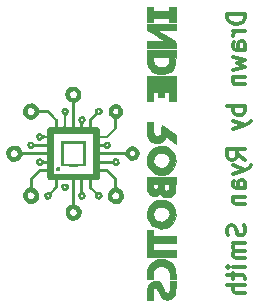
<source format=gbr>
%TF.GenerationSoftware,KiCad,Pcbnew,(5.1.10)-1*%
%TF.CreationDate,2021-09-16T15:44:01+01:00*%
%TF.ProjectId,Eos-Board,456f732d-426f-4617-9264-2e6b69636164,rev?*%
%TF.SameCoordinates,Original*%
%TF.FileFunction,Legend,Bot*%
%TF.FilePolarity,Positive*%
%FSLAX46Y46*%
G04 Gerber Fmt 4.6, Leading zero omitted, Abs format (unit mm)*
G04 Created by KiCad (PCBNEW (5.1.10)-1) date 2021-09-16 15:44:01*
%MOMM*%
%LPD*%
G01*
G04 APERTURE LIST*
%ADD10C,0.300000*%
%ADD11C,0.010000*%
G04 APERTURE END LIST*
D10*
X128948571Y-65394571D02*
X127448571Y-65394571D01*
X127448571Y-65751714D01*
X127520000Y-65966000D01*
X127662857Y-66108857D01*
X127805714Y-66180285D01*
X128091428Y-66251714D01*
X128305714Y-66251714D01*
X128591428Y-66180285D01*
X128734285Y-66108857D01*
X128877142Y-65966000D01*
X128948571Y-65751714D01*
X128948571Y-65394571D01*
X128948571Y-66894571D02*
X127948571Y-66894571D01*
X128234285Y-66894571D02*
X128091428Y-66966000D01*
X128020000Y-67037428D01*
X127948571Y-67180285D01*
X127948571Y-67323142D01*
X128948571Y-68466000D02*
X128162857Y-68466000D01*
X128020000Y-68394571D01*
X127948571Y-68251714D01*
X127948571Y-67966000D01*
X128020000Y-67823142D01*
X128877142Y-68466000D02*
X128948571Y-68323142D01*
X128948571Y-67966000D01*
X128877142Y-67823142D01*
X128734285Y-67751714D01*
X128591428Y-67751714D01*
X128448571Y-67823142D01*
X128377142Y-67966000D01*
X128377142Y-68323142D01*
X128305714Y-68466000D01*
X127948571Y-69037428D02*
X128948571Y-69323142D01*
X128234285Y-69608857D01*
X128948571Y-69894571D01*
X127948571Y-70180285D01*
X127948571Y-70751714D02*
X128948571Y-70751714D01*
X128091428Y-70751714D02*
X128020000Y-70823142D01*
X127948571Y-70966000D01*
X127948571Y-71180285D01*
X128020000Y-71323142D01*
X128162857Y-71394571D01*
X128948571Y-71394571D01*
X128948571Y-73251714D02*
X127448571Y-73251714D01*
X128020000Y-73251714D02*
X127948571Y-73394571D01*
X127948571Y-73680285D01*
X128020000Y-73823142D01*
X128091428Y-73894571D01*
X128234285Y-73966000D01*
X128662857Y-73966000D01*
X128805714Y-73894571D01*
X128877142Y-73823142D01*
X128948571Y-73680285D01*
X128948571Y-73394571D01*
X128877142Y-73251714D01*
X127948571Y-74466000D02*
X128948571Y-74823142D01*
X127948571Y-75180285D02*
X128948571Y-74823142D01*
X129305714Y-74680285D01*
X129377142Y-74608857D01*
X129448571Y-74466000D01*
X128948571Y-77751714D02*
X128234285Y-77251714D01*
X128948571Y-76894571D02*
X127448571Y-76894571D01*
X127448571Y-77466000D01*
X127520000Y-77608857D01*
X127591428Y-77680285D01*
X127734285Y-77751714D01*
X127948571Y-77751714D01*
X128091428Y-77680285D01*
X128162857Y-77608857D01*
X128234285Y-77466000D01*
X128234285Y-76894571D01*
X127948571Y-78251714D02*
X128948571Y-78608857D01*
X127948571Y-78966000D02*
X128948571Y-78608857D01*
X129305714Y-78466000D01*
X129377142Y-78394571D01*
X129448571Y-78251714D01*
X128948571Y-80180285D02*
X128162857Y-80180285D01*
X128020000Y-80108857D01*
X127948571Y-79966000D01*
X127948571Y-79680285D01*
X128020000Y-79537428D01*
X128877142Y-80180285D02*
X128948571Y-80037428D01*
X128948571Y-79680285D01*
X128877142Y-79537428D01*
X128734285Y-79466000D01*
X128591428Y-79466000D01*
X128448571Y-79537428D01*
X128377142Y-79680285D01*
X128377142Y-80037428D01*
X128305714Y-80180285D01*
X127948571Y-80894571D02*
X128948571Y-80894571D01*
X128091428Y-80894571D02*
X128020000Y-80966000D01*
X127948571Y-81108857D01*
X127948571Y-81323142D01*
X128020000Y-81466000D01*
X128162857Y-81537428D01*
X128948571Y-81537428D01*
X128877142Y-83323142D02*
X128948571Y-83537428D01*
X128948571Y-83894571D01*
X128877142Y-84037428D01*
X128805714Y-84108857D01*
X128662857Y-84180285D01*
X128520000Y-84180285D01*
X128377142Y-84108857D01*
X128305714Y-84037428D01*
X128234285Y-83894571D01*
X128162857Y-83608857D01*
X128091428Y-83466000D01*
X128020000Y-83394571D01*
X127877142Y-83323142D01*
X127734285Y-83323142D01*
X127591428Y-83394571D01*
X127520000Y-83466000D01*
X127448571Y-83608857D01*
X127448571Y-83966000D01*
X127520000Y-84180285D01*
X128948571Y-84823142D02*
X127948571Y-84823142D01*
X128091428Y-84823142D02*
X128020000Y-84894571D01*
X127948571Y-85037428D01*
X127948571Y-85251714D01*
X128020000Y-85394571D01*
X128162857Y-85466000D01*
X128948571Y-85466000D01*
X128162857Y-85466000D02*
X128020000Y-85537428D01*
X127948571Y-85680285D01*
X127948571Y-85894571D01*
X128020000Y-86037428D01*
X128162857Y-86108857D01*
X128948571Y-86108857D01*
X128948571Y-86823142D02*
X127948571Y-86823142D01*
X127448571Y-86823142D02*
X127520000Y-86751714D01*
X127591428Y-86823142D01*
X127520000Y-86894571D01*
X127448571Y-86823142D01*
X127591428Y-86823142D01*
X127948571Y-87323142D02*
X127948571Y-87894571D01*
X127448571Y-87537428D02*
X128734285Y-87537428D01*
X128877142Y-87608857D01*
X128948571Y-87751714D01*
X128948571Y-87894571D01*
X128948571Y-88394571D02*
X127448571Y-88394571D01*
X128948571Y-89037428D02*
X128162857Y-89037428D01*
X128020000Y-88966000D01*
X127948571Y-88823142D01*
X127948571Y-88608857D01*
X128020000Y-88466000D01*
X128091428Y-88394571D01*
D11*
%TO.C,G\u002A\u002A\u002A*%
G36*
X121183400Y-66090800D02*
G01*
X121183400Y-65760600D01*
X122529600Y-65760600D01*
X122529600Y-66090800D01*
X123063000Y-66090800D01*
X123063000Y-64820800D01*
X122529600Y-64820800D01*
X122529600Y-65151000D01*
X121183400Y-65151000D01*
X121183400Y-64820800D01*
X120650000Y-64820800D01*
X120650000Y-66090800D01*
X121183400Y-66090800D01*
G37*
X121183400Y-66090800D02*
X121183400Y-65760600D01*
X122529600Y-65760600D01*
X122529600Y-66090800D01*
X123063000Y-66090800D01*
X123063000Y-64820800D01*
X122529600Y-64820800D01*
X122529600Y-65151000D01*
X121183400Y-65151000D01*
X121183400Y-64820800D01*
X120650000Y-64820800D01*
X120650000Y-66090800D01*
X121183400Y-66090800D01*
G36*
X121399300Y-67233800D02*
G01*
X121574616Y-67342162D01*
X121735369Y-67442296D01*
X121876623Y-67531070D01*
X121993446Y-67605350D01*
X122080903Y-67662002D01*
X122134061Y-67697893D01*
X122148600Y-67709680D01*
X122124253Y-67712743D01*
X122055383Y-67714393D01*
X121948249Y-67714659D01*
X121809107Y-67713572D01*
X121644214Y-67711162D01*
X121459827Y-67707460D01*
X121399300Y-67706045D01*
X120650000Y-67687947D01*
X120650000Y-68275200D01*
X123064718Y-68275200D01*
X123057509Y-68004178D01*
X123050300Y-67733157D01*
X122339100Y-67291096D01*
X122167315Y-67184023D01*
X122008938Y-67084739D01*
X121869250Y-66996599D01*
X121753535Y-66922959D01*
X121667077Y-66867177D01*
X121615160Y-66832609D01*
X121602500Y-66823167D01*
X121616566Y-66815023D01*
X121677506Y-66809103D01*
X121786150Y-66805386D01*
X121943325Y-66803854D01*
X122149859Y-66804487D01*
X122320050Y-66806157D01*
X123063000Y-66815014D01*
X123063000Y-66243200D01*
X120650000Y-66243200D01*
X120650000Y-66772382D01*
X121399300Y-67233800D01*
G37*
X121399300Y-67233800D02*
X121574616Y-67342162D01*
X121735369Y-67442296D01*
X121876623Y-67531070D01*
X121993446Y-67605350D01*
X122080903Y-67662002D01*
X122134061Y-67697893D01*
X122148600Y-67709680D01*
X122124253Y-67712743D01*
X122055383Y-67714393D01*
X121948249Y-67714659D01*
X121809107Y-67713572D01*
X121644214Y-67711162D01*
X121459827Y-67707460D01*
X121399300Y-67706045D01*
X120650000Y-67687947D01*
X120650000Y-68275200D01*
X123064718Y-68275200D01*
X123057509Y-68004178D01*
X123050300Y-67733157D01*
X122339100Y-67291096D01*
X122167315Y-67184023D01*
X122008938Y-67084739D01*
X121869250Y-66996599D01*
X121753535Y-66922959D01*
X121667077Y-66867177D01*
X121615160Y-66832609D01*
X121602500Y-66823167D01*
X121616566Y-66815023D01*
X121677506Y-66809103D01*
X121786150Y-66805386D01*
X121943325Y-66803854D01*
X122149859Y-66804487D01*
X122320050Y-66806157D01*
X123063000Y-66815014D01*
X123063000Y-66243200D01*
X120650000Y-66243200D01*
X120650000Y-66772382D01*
X121399300Y-67233800D01*
G36*
X120652691Y-69260040D02*
G01*
X120662037Y-69469954D01*
X120679951Y-69643121D01*
X120708342Y-69786457D01*
X120749122Y-69906878D01*
X120804200Y-70011298D01*
X120875489Y-70106633D01*
X120964898Y-70199799D01*
X120984919Y-70218592D01*
X121165472Y-70358092D01*
X121363284Y-70455831D01*
X121584751Y-70514105D01*
X121836271Y-70535211D01*
X121867514Y-70535358D01*
X122124262Y-70514805D01*
X122356086Y-70455854D01*
X122559378Y-70360442D01*
X122730530Y-70230506D01*
X122865933Y-70067982D01*
X122921925Y-69969383D01*
X122967491Y-69864582D01*
X123002640Y-69753866D01*
X123028515Y-69629085D01*
X123046260Y-69482090D01*
X123057020Y-69304731D01*
X123061936Y-69088860D01*
X123062558Y-68967350D01*
X123063000Y-68453000D01*
X121183400Y-68453000D01*
X121183400Y-69062600D01*
X122535659Y-69062600D01*
X122525328Y-69298805D01*
X122517867Y-69420309D01*
X122505667Y-69507169D01*
X122485079Y-69575531D01*
X122452454Y-69641538D01*
X122444932Y-69654569D01*
X122370223Y-69753619D01*
X122270257Y-69828113D01*
X122242683Y-69843204D01*
X122174862Y-69875796D01*
X122112576Y-69896294D01*
X122040482Y-69907468D01*
X121943234Y-69912086D01*
X121856500Y-69912891D01*
X121736252Y-69911967D01*
X121651654Y-69906587D01*
X121587579Y-69893861D01*
X121528901Y-69870904D01*
X121467280Y-69838595D01*
X121351121Y-69760718D01*
X121269195Y-69670286D01*
X121216979Y-69558111D01*
X121189950Y-69415006D01*
X121183400Y-69262009D01*
X121183400Y-69062600D01*
X121183400Y-68453000D01*
X120650000Y-68453000D01*
X120650000Y-69006463D01*
X120652691Y-69260040D01*
G37*
X120652691Y-69260040D02*
X120662037Y-69469954D01*
X120679951Y-69643121D01*
X120708342Y-69786457D01*
X120749122Y-69906878D01*
X120804200Y-70011298D01*
X120875489Y-70106633D01*
X120964898Y-70199799D01*
X120984919Y-70218592D01*
X121165472Y-70358092D01*
X121363284Y-70455831D01*
X121584751Y-70514105D01*
X121836271Y-70535211D01*
X121867514Y-70535358D01*
X122124262Y-70514805D01*
X122356086Y-70455854D01*
X122559378Y-70360442D01*
X122730530Y-70230506D01*
X122865933Y-70067982D01*
X122921925Y-69969383D01*
X122967491Y-69864582D01*
X123002640Y-69753866D01*
X123028515Y-69629085D01*
X123046260Y-69482090D01*
X123057020Y-69304731D01*
X123061936Y-69088860D01*
X123062558Y-68967350D01*
X123063000Y-68453000D01*
X121183400Y-68453000D01*
X121183400Y-69062600D01*
X122535659Y-69062600D01*
X122525328Y-69298805D01*
X122517867Y-69420309D01*
X122505667Y-69507169D01*
X122485079Y-69575531D01*
X122452454Y-69641538D01*
X122444932Y-69654569D01*
X122370223Y-69753619D01*
X122270257Y-69828113D01*
X122242683Y-69843204D01*
X122174862Y-69875796D01*
X122112576Y-69896294D01*
X122040482Y-69907468D01*
X121943234Y-69912086D01*
X121856500Y-69912891D01*
X121736252Y-69911967D01*
X121651654Y-69906587D01*
X121587579Y-69893861D01*
X121528901Y-69870904D01*
X121467280Y-69838595D01*
X121351121Y-69760718D01*
X121269195Y-69670286D01*
X121216979Y-69558111D01*
X121189950Y-69415006D01*
X121183400Y-69262009D01*
X121183400Y-69062600D01*
X121183400Y-68453000D01*
X120650000Y-68453000D01*
X120650000Y-69006463D01*
X120652691Y-69260040D01*
G36*
X123063000Y-71323200D02*
G01*
X123063000Y-70713600D01*
X120650000Y-70713600D01*
X120650000Y-71323200D01*
X123063000Y-71323200D01*
G37*
X123063000Y-71323200D02*
X123063000Y-70713600D01*
X120650000Y-70713600D01*
X120650000Y-71323200D01*
X123063000Y-71323200D01*
G36*
X121183400Y-72796400D02*
G01*
X121183400Y-72034400D01*
X121564400Y-72034400D01*
X121564400Y-72440800D01*
X122095663Y-72440800D01*
X122103081Y-72243950D01*
X122110500Y-72047100D01*
X122516900Y-72047100D01*
X122530958Y-72796400D01*
X123063000Y-72796400D01*
X123063000Y-71450200D01*
X120650000Y-71450200D01*
X120650000Y-72796400D01*
X121183400Y-72796400D01*
G37*
X121183400Y-72796400D02*
X121183400Y-72034400D01*
X121564400Y-72034400D01*
X121564400Y-72440800D01*
X122095663Y-72440800D01*
X122103081Y-72243950D01*
X122110500Y-72047100D01*
X122516900Y-72047100D01*
X122530958Y-72796400D01*
X123063000Y-72796400D01*
X123063000Y-71450200D01*
X120650000Y-71450200D01*
X120650000Y-72796400D01*
X121183400Y-72796400D01*
G36*
X120654712Y-75152250D02*
G01*
X120657997Y-75344918D01*
X120661553Y-75494222D01*
X120666063Y-75607594D01*
X120672210Y-75692468D01*
X120680677Y-75756276D01*
X120692146Y-75806453D01*
X120707301Y-75850431D01*
X120722029Y-75885010D01*
X120812411Y-76032554D01*
X120938905Y-76163893D01*
X121086849Y-76264450D01*
X121119900Y-76280577D01*
X121248998Y-76320272D01*
X121404344Y-76339799D01*
X121567007Y-76339055D01*
X121718058Y-76317940D01*
X121822188Y-76284354D01*
X121962363Y-76197964D01*
X122082708Y-76080829D01*
X122170119Y-75946719D01*
X122191042Y-75896819D01*
X122219249Y-75825379D01*
X122243126Y-75778677D01*
X122253436Y-75768200D01*
X122277517Y-75783317D01*
X122334930Y-75825482D01*
X122419414Y-75889909D01*
X122524710Y-75971815D01*
X122644559Y-76066415D01*
X122666574Y-76083929D01*
X123063000Y-76399659D01*
X123063000Y-75697033D01*
X121881900Y-74853615D01*
X121869200Y-75191392D01*
X121861042Y-75352441D01*
X121848329Y-75471856D01*
X121827839Y-75558787D01*
X121796353Y-75622382D01*
X121750651Y-75671791D01*
X121687512Y-75716163D01*
X121683669Y-75718517D01*
X121568122Y-75762351D01*
X121446636Y-75756020D01*
X121361200Y-75723710D01*
X121304485Y-75690638D01*
X121261134Y-75650765D01*
X121229397Y-75597224D01*
X121207527Y-75523145D01*
X121193776Y-75421662D01*
X121186396Y-75285907D01*
X121183639Y-75109012D01*
X121183439Y-75025250D01*
X121183400Y-74549000D01*
X120645316Y-74549000D01*
X120654712Y-75152250D01*
G37*
X120654712Y-75152250D02*
X120657997Y-75344918D01*
X120661553Y-75494222D01*
X120666063Y-75607594D01*
X120672210Y-75692468D01*
X120680677Y-75756276D01*
X120692146Y-75806453D01*
X120707301Y-75850431D01*
X120722029Y-75885010D01*
X120812411Y-76032554D01*
X120938905Y-76163893D01*
X121086849Y-76264450D01*
X121119900Y-76280577D01*
X121248998Y-76320272D01*
X121404344Y-76339799D01*
X121567007Y-76339055D01*
X121718058Y-76317940D01*
X121822188Y-76284354D01*
X121962363Y-76197964D01*
X122082708Y-76080829D01*
X122170119Y-75946719D01*
X122191042Y-75896819D01*
X122219249Y-75825379D01*
X122243126Y-75778677D01*
X122253436Y-75768200D01*
X122277517Y-75783317D01*
X122334930Y-75825482D01*
X122419414Y-75889909D01*
X122524710Y-75971815D01*
X122644559Y-76066415D01*
X122666574Y-76083929D01*
X123063000Y-76399659D01*
X123063000Y-75697033D01*
X121881900Y-74853615D01*
X121869200Y-75191392D01*
X121861042Y-75352441D01*
X121848329Y-75471856D01*
X121827839Y-75558787D01*
X121796353Y-75622382D01*
X121750651Y-75671791D01*
X121687512Y-75716163D01*
X121683669Y-75718517D01*
X121568122Y-75762351D01*
X121446636Y-75756020D01*
X121361200Y-75723710D01*
X121304485Y-75690638D01*
X121261134Y-75650765D01*
X121229397Y-75597224D01*
X121207527Y-75523145D01*
X121193776Y-75421662D01*
X121186396Y-75285907D01*
X121183639Y-75109012D01*
X121183439Y-75025250D01*
X121183400Y-74549000D01*
X120645316Y-74549000D01*
X120654712Y-75152250D01*
G36*
X120656062Y-77955022D02*
G01*
X120668672Y-78082598D01*
X120672653Y-78103258D01*
X120734801Y-78294215D01*
X120834591Y-78482977D01*
X120962821Y-78656570D01*
X121110294Y-78802023D01*
X121226223Y-78883810D01*
X121432286Y-78977351D01*
X121656484Y-79031222D01*
X121888391Y-79045527D01*
X122117579Y-79020372D01*
X122333623Y-78955861D01*
X122497802Y-78871022D01*
X122686589Y-78720614D01*
X122839639Y-78537881D01*
X122954496Y-78328876D01*
X123028704Y-78099653D01*
X123059806Y-77856267D01*
X123045346Y-77604770D01*
X123035276Y-77546200D01*
X123012615Y-77465976D01*
X122973866Y-77362563D01*
X122927129Y-77257442D01*
X122923855Y-77250752D01*
X122823329Y-77089148D01*
X122689243Y-76934485D01*
X122535751Y-76800859D01*
X122377007Y-76702367D01*
X122369674Y-76698848D01*
X122158055Y-76625728D01*
X121927402Y-76594612D01*
X121784836Y-76601176D01*
X121784836Y-77195457D01*
X121904227Y-77196154D01*
X122095377Y-77229875D01*
X122256717Y-77303033D01*
X122385738Y-77413830D01*
X122479927Y-77560472D01*
X122506694Y-77627038D01*
X122539098Y-77731249D01*
X122551359Y-77811608D01*
X122544150Y-77890600D01*
X122518144Y-77990712D01*
X122517629Y-77992439D01*
X122445375Y-78150071D01*
X122334030Y-78279458D01*
X122189248Y-78376412D01*
X122016683Y-78436742D01*
X121894600Y-78454175D01*
X121711582Y-78445501D01*
X121547257Y-78396892D01*
X121406055Y-78314225D01*
X121292403Y-78203378D01*
X121210733Y-78070226D01*
X121165472Y-77920647D01*
X121161051Y-77760517D01*
X121201898Y-77595713D01*
X121218471Y-77557100D01*
X121313128Y-77410079D01*
X121441414Y-77299567D01*
X121599820Y-77227410D01*
X121784836Y-77195457D01*
X121784836Y-76601176D01*
X121687483Y-76605659D01*
X121448072Y-76659032D01*
X121379750Y-76682592D01*
X121213068Y-76767989D01*
X121051862Y-76892541D01*
X120906997Y-77044891D01*
X120789337Y-77213681D01*
X120712112Y-77380505D01*
X120684188Y-77495995D01*
X120664852Y-77642835D01*
X120655133Y-77802139D01*
X120656062Y-77955022D01*
G37*
X120656062Y-77955022D02*
X120668672Y-78082598D01*
X120672653Y-78103258D01*
X120734801Y-78294215D01*
X120834591Y-78482977D01*
X120962821Y-78656570D01*
X121110294Y-78802023D01*
X121226223Y-78883810D01*
X121432286Y-78977351D01*
X121656484Y-79031222D01*
X121888391Y-79045527D01*
X122117579Y-79020372D01*
X122333623Y-78955861D01*
X122497802Y-78871022D01*
X122686589Y-78720614D01*
X122839639Y-78537881D01*
X122954496Y-78328876D01*
X123028704Y-78099653D01*
X123059806Y-77856267D01*
X123045346Y-77604770D01*
X123035276Y-77546200D01*
X123012615Y-77465976D01*
X122973866Y-77362563D01*
X122927129Y-77257442D01*
X122923855Y-77250752D01*
X122823329Y-77089148D01*
X122689243Y-76934485D01*
X122535751Y-76800859D01*
X122377007Y-76702367D01*
X122369674Y-76698848D01*
X122158055Y-76625728D01*
X121927402Y-76594612D01*
X121784836Y-76601176D01*
X121784836Y-77195457D01*
X121904227Y-77196154D01*
X122095377Y-77229875D01*
X122256717Y-77303033D01*
X122385738Y-77413830D01*
X122479927Y-77560472D01*
X122506694Y-77627038D01*
X122539098Y-77731249D01*
X122551359Y-77811608D01*
X122544150Y-77890600D01*
X122518144Y-77990712D01*
X122517629Y-77992439D01*
X122445375Y-78150071D01*
X122334030Y-78279458D01*
X122189248Y-78376412D01*
X122016683Y-78436742D01*
X121894600Y-78454175D01*
X121711582Y-78445501D01*
X121547257Y-78396892D01*
X121406055Y-78314225D01*
X121292403Y-78203378D01*
X121210733Y-78070226D01*
X121165472Y-77920647D01*
X121161051Y-77760517D01*
X121201898Y-77595713D01*
X121218471Y-77557100D01*
X121313128Y-77410079D01*
X121441414Y-77299567D01*
X121599820Y-77227410D01*
X121784836Y-77195457D01*
X121784836Y-76601176D01*
X121687483Y-76605659D01*
X121448072Y-76659032D01*
X121379750Y-76682592D01*
X121213068Y-76767989D01*
X121051862Y-76892541D01*
X120906997Y-77044891D01*
X120789337Y-77213681D01*
X120712112Y-77380505D01*
X120684188Y-77495995D01*
X120664852Y-77642835D01*
X120655133Y-77802139D01*
X120656062Y-77955022D01*
G36*
X120651371Y-79957225D02*
G01*
X120656390Y-80132182D01*
X120666419Y-80270732D01*
X120682814Y-80380043D01*
X120706937Y-80467288D01*
X120740147Y-80539635D01*
X120783803Y-80604255D01*
X120822883Y-80650483D01*
X120954417Y-80763220D01*
X121103779Y-80828589D01*
X121254065Y-80847642D01*
X121421674Y-80827034D01*
X121567611Y-80761752D01*
X121667993Y-80680959D01*
X121758886Y-80592398D01*
X121835927Y-80716331D01*
X121935514Y-80835248D01*
X122062858Y-80914011D01*
X122220981Y-80954119D01*
X122327864Y-80960258D01*
X122511049Y-80943115D01*
X122664025Y-80889467D01*
X122795057Y-80795984D01*
X122834659Y-80756076D01*
X122897225Y-80685683D01*
X122946347Y-80621150D01*
X122983766Y-80555055D01*
X123011220Y-80479976D01*
X123030448Y-80388492D01*
X123043188Y-80273182D01*
X123051179Y-80126623D01*
X123056160Y-79941395D01*
X123058551Y-79800450D01*
X123067683Y-79197200D01*
X122529600Y-79197200D01*
X122529600Y-79781400D01*
X122529600Y-79972715D01*
X122524693Y-80082276D01*
X122511744Y-80181786D01*
X122493958Y-80249334D01*
X122437909Y-80327101D01*
X122358378Y-80369939D01*
X122269130Y-80377331D01*
X122183933Y-80348756D01*
X122116553Y-80283695D01*
X122105267Y-80264000D01*
X122089560Y-80207394D01*
X122078118Y-80116510D01*
X122072899Y-80007818D01*
X122072774Y-79990950D01*
X122072400Y-79781400D01*
X122529600Y-79781400D01*
X122529600Y-79197200D01*
X121569952Y-79197200D01*
X121569952Y-79781400D01*
X121560193Y-79974656D01*
X121552845Y-80077872D01*
X121540976Y-80143850D01*
X121520704Y-80186148D01*
X121491103Y-80215956D01*
X121405938Y-80256845D01*
X121313256Y-80257835D01*
X121245695Y-80228160D01*
X121219741Y-80199795D01*
X121203031Y-80153044D01*
X121192759Y-80076294D01*
X121187351Y-79986860D01*
X121178021Y-79781400D01*
X121569952Y-79781400D01*
X121569952Y-79197200D01*
X120650000Y-79197200D01*
X120650000Y-79738689D01*
X120651371Y-79957225D01*
G37*
X120651371Y-79957225D02*
X120656390Y-80132182D01*
X120666419Y-80270732D01*
X120682814Y-80380043D01*
X120706937Y-80467288D01*
X120740147Y-80539635D01*
X120783803Y-80604255D01*
X120822883Y-80650483D01*
X120954417Y-80763220D01*
X121103779Y-80828589D01*
X121254065Y-80847642D01*
X121421674Y-80827034D01*
X121567611Y-80761752D01*
X121667993Y-80680959D01*
X121758886Y-80592398D01*
X121835927Y-80716331D01*
X121935514Y-80835248D01*
X122062858Y-80914011D01*
X122220981Y-80954119D01*
X122327864Y-80960258D01*
X122511049Y-80943115D01*
X122664025Y-80889467D01*
X122795057Y-80795984D01*
X122834659Y-80756076D01*
X122897225Y-80685683D01*
X122946347Y-80621150D01*
X122983766Y-80555055D01*
X123011220Y-80479976D01*
X123030448Y-80388492D01*
X123043188Y-80273182D01*
X123051179Y-80126623D01*
X123056160Y-79941395D01*
X123058551Y-79800450D01*
X123067683Y-79197200D01*
X122529600Y-79197200D01*
X122529600Y-79781400D01*
X122529600Y-79972715D01*
X122524693Y-80082276D01*
X122511744Y-80181786D01*
X122493958Y-80249334D01*
X122437909Y-80327101D01*
X122358378Y-80369939D01*
X122269130Y-80377331D01*
X122183933Y-80348756D01*
X122116553Y-80283695D01*
X122105267Y-80264000D01*
X122089560Y-80207394D01*
X122078118Y-80116510D01*
X122072899Y-80007818D01*
X122072774Y-79990950D01*
X122072400Y-79781400D01*
X122529600Y-79781400D01*
X122529600Y-79197200D01*
X121569952Y-79197200D01*
X121569952Y-79781400D01*
X121560193Y-79974656D01*
X121552845Y-80077872D01*
X121540976Y-80143850D01*
X121520704Y-80186148D01*
X121491103Y-80215956D01*
X121405938Y-80256845D01*
X121313256Y-80257835D01*
X121245695Y-80228160D01*
X121219741Y-80199795D01*
X121203031Y-80153044D01*
X121192759Y-80076294D01*
X121187351Y-79986860D01*
X121178021Y-79781400D01*
X121569952Y-79781400D01*
X121569952Y-79197200D01*
X120650000Y-79197200D01*
X120650000Y-79738689D01*
X120651371Y-79957225D01*
G36*
X120653965Y-82492065D02*
G01*
X120668950Y-82631384D01*
X120672373Y-82648554D01*
X120745805Y-82875306D01*
X120860760Y-83078954D01*
X121011572Y-83254925D01*
X121192573Y-83398644D01*
X121398095Y-83505535D01*
X121622471Y-83571024D01*
X121839712Y-83590779D01*
X122080086Y-83572663D01*
X122291203Y-83517691D01*
X122482038Y-83422458D01*
X122661567Y-83283557D01*
X122670113Y-83275679D01*
X122828093Y-83095365D01*
X122947596Y-82887654D01*
X123026226Y-82660910D01*
X123061585Y-82423498D01*
X123051275Y-82183782D01*
X123022854Y-82044853D01*
X122943324Y-81832970D01*
X122826005Y-81635423D01*
X122678706Y-81462004D01*
X122509236Y-81322507D01*
X122393946Y-81256133D01*
X122169391Y-81174023D01*
X121938891Y-81138139D01*
X121928303Y-81138503D01*
X121928303Y-81737654D01*
X122098031Y-81774768D01*
X122254047Y-81849431D01*
X122374173Y-81948277D01*
X122435073Y-82031168D01*
X122491235Y-82139398D01*
X122533744Y-82252515D01*
X122553688Y-82350067D01*
X122554170Y-82361239D01*
X122547565Y-82414884D01*
X122529754Y-82494912D01*
X122515217Y-82547740D01*
X122448839Y-82687074D01*
X122342807Y-82809818D01*
X122207396Y-82908767D01*
X122052877Y-82976716D01*
X121889523Y-83006459D01*
X121860157Y-83007200D01*
X121691891Y-82985693D01*
X121529621Y-82925750D01*
X121384786Y-82834234D01*
X121268823Y-82718008D01*
X121205713Y-82614483D01*
X121162291Y-82460435D01*
X121162181Y-82296451D01*
X121203369Y-82135532D01*
X121283842Y-81990683D01*
X121306715Y-81962151D01*
X121434071Y-81850336D01*
X121586602Y-81775564D01*
X121754586Y-81737961D01*
X121928303Y-81737654D01*
X121928303Y-81138503D01*
X121708810Y-81146063D01*
X121485511Y-81195382D01*
X121275358Y-81283679D01*
X121084713Y-81408541D01*
X120919941Y-81567551D01*
X120787404Y-81758294D01*
X120724943Y-81889600D01*
X120690075Y-82010690D01*
X120665785Y-82163565D01*
X120653329Y-82330074D01*
X120653965Y-82492065D01*
G37*
X120653965Y-82492065D02*
X120668950Y-82631384D01*
X120672373Y-82648554D01*
X120745805Y-82875306D01*
X120860760Y-83078954D01*
X121011572Y-83254925D01*
X121192573Y-83398644D01*
X121398095Y-83505535D01*
X121622471Y-83571024D01*
X121839712Y-83590779D01*
X122080086Y-83572663D01*
X122291203Y-83517691D01*
X122482038Y-83422458D01*
X122661567Y-83283557D01*
X122670113Y-83275679D01*
X122828093Y-83095365D01*
X122947596Y-82887654D01*
X123026226Y-82660910D01*
X123061585Y-82423498D01*
X123051275Y-82183782D01*
X123022854Y-82044853D01*
X122943324Y-81832970D01*
X122826005Y-81635423D01*
X122678706Y-81462004D01*
X122509236Y-81322507D01*
X122393946Y-81256133D01*
X122169391Y-81174023D01*
X121938891Y-81138139D01*
X121928303Y-81138503D01*
X121928303Y-81737654D01*
X122098031Y-81774768D01*
X122254047Y-81849431D01*
X122374173Y-81948277D01*
X122435073Y-82031168D01*
X122491235Y-82139398D01*
X122533744Y-82252515D01*
X122553688Y-82350067D01*
X122554170Y-82361239D01*
X122547565Y-82414884D01*
X122529754Y-82494912D01*
X122515217Y-82547740D01*
X122448839Y-82687074D01*
X122342807Y-82809818D01*
X122207396Y-82908767D01*
X122052877Y-82976716D01*
X121889523Y-83006459D01*
X121860157Y-83007200D01*
X121691891Y-82985693D01*
X121529621Y-82925750D01*
X121384786Y-82834234D01*
X121268823Y-82718008D01*
X121205713Y-82614483D01*
X121162291Y-82460435D01*
X121162181Y-82296451D01*
X121203369Y-82135532D01*
X121283842Y-81990683D01*
X121306715Y-81962151D01*
X121434071Y-81850336D01*
X121586602Y-81775564D01*
X121754586Y-81737961D01*
X121928303Y-81737654D01*
X121928303Y-81138503D01*
X121708810Y-81146063D01*
X121485511Y-81195382D01*
X121275358Y-81283679D01*
X121084713Y-81408541D01*
X120919941Y-81567551D01*
X120787404Y-81758294D01*
X120724943Y-81889600D01*
X120690075Y-82010690D01*
X120665785Y-82163565D01*
X120653329Y-82330074D01*
X120653965Y-82492065D01*
G36*
X121183400Y-85293200D02*
G01*
X121183400Y-84810600D01*
X123063000Y-84810600D01*
X123063000Y-84201000D01*
X121183400Y-84201000D01*
X121183400Y-83718400D01*
X120650000Y-83718400D01*
X120650000Y-85293200D01*
X121183400Y-85293200D01*
G37*
X121183400Y-85293200D02*
X121183400Y-84810600D01*
X123063000Y-84810600D01*
X123063000Y-84201000D01*
X121183400Y-84201000D01*
X121183400Y-83718400D01*
X120650000Y-83718400D01*
X120650000Y-85293200D01*
X121183400Y-85293200D01*
G36*
X123063000Y-86029800D02*
G01*
X123063000Y-85420200D01*
X120650000Y-85420200D01*
X120650000Y-86029800D01*
X123063000Y-86029800D01*
G37*
X123063000Y-86029800D02*
X123063000Y-85420200D01*
X120650000Y-85420200D01*
X120650000Y-86029800D01*
X123063000Y-86029800D01*
G36*
X121158000Y-87858600D02*
G01*
X121159114Y-87572850D01*
X121167421Y-87373300D01*
X121193061Y-87214686D01*
X121239721Y-87089011D01*
X121311088Y-86988279D01*
X121410847Y-86904492D01*
X121488966Y-86857334D01*
X121659704Y-86790253D01*
X121836544Y-86766814D01*
X122011083Y-86784500D01*
X122174915Y-86840793D01*
X122319637Y-86933174D01*
X122436845Y-87059125D01*
X122494708Y-87158687D01*
X122521928Y-87223975D01*
X122539543Y-87288619D01*
X122549549Y-87366387D01*
X122553942Y-87471047D01*
X122554751Y-87572850D01*
X122555000Y-87858600D01*
X123063000Y-87858600D01*
X123060217Y-87534750D01*
X123057363Y-87399410D01*
X123051664Y-87271428D01*
X123043949Y-87165369D01*
X123035208Y-87096600D01*
X122973364Y-86903986D01*
X122868452Y-86719411D01*
X122728206Y-86550589D01*
X122560358Y-86405235D01*
X122372640Y-86291064D01*
X122172784Y-86215791D01*
X122145760Y-86209137D01*
X122063052Y-86196114D01*
X121953307Y-86186661D01*
X121840265Y-86182821D01*
X121840125Y-86182820D01*
X121596272Y-86206408D01*
X121367461Y-86276505D01*
X121159235Y-86389713D01*
X120977135Y-86542637D01*
X120826704Y-86731882D01*
X120763299Y-86842600D01*
X120715493Y-86954691D01*
X120682161Y-87078400D01*
X120661500Y-87224565D01*
X120651708Y-87404027D01*
X120650301Y-87522050D01*
X120650000Y-87858600D01*
X121158000Y-87858600D01*
G37*
X121158000Y-87858600D02*
X121159114Y-87572850D01*
X121167421Y-87373300D01*
X121193061Y-87214686D01*
X121239721Y-87089011D01*
X121311088Y-86988279D01*
X121410847Y-86904492D01*
X121488966Y-86857334D01*
X121659704Y-86790253D01*
X121836544Y-86766814D01*
X122011083Y-86784500D01*
X122174915Y-86840793D01*
X122319637Y-86933174D01*
X122436845Y-87059125D01*
X122494708Y-87158687D01*
X122521928Y-87223975D01*
X122539543Y-87288619D01*
X122549549Y-87366387D01*
X122553942Y-87471047D01*
X122554751Y-87572850D01*
X122555000Y-87858600D01*
X123063000Y-87858600D01*
X123060217Y-87534750D01*
X123057363Y-87399410D01*
X123051664Y-87271428D01*
X123043949Y-87165369D01*
X123035208Y-87096600D01*
X122973364Y-86903986D01*
X122868452Y-86719411D01*
X122728206Y-86550589D01*
X122560358Y-86405235D01*
X122372640Y-86291064D01*
X122172784Y-86215791D01*
X122145760Y-86209137D01*
X122063052Y-86196114D01*
X121953307Y-86186661D01*
X121840265Y-86182821D01*
X121840125Y-86182820D01*
X121596272Y-86206408D01*
X121367461Y-86276505D01*
X121159235Y-86389713D01*
X120977135Y-86542637D01*
X120826704Y-86731882D01*
X120763299Y-86842600D01*
X120715493Y-86954691D01*
X120682161Y-87078400D01*
X120661500Y-87224565D01*
X120651708Y-87404027D01*
X120650301Y-87522050D01*
X120650000Y-87858600D01*
X121158000Y-87858600D01*
G36*
X121132600Y-89611200D02*
G01*
X121132600Y-89170125D01*
X121133014Y-89008967D01*
X121134823Y-88890426D01*
X121138874Y-88806323D01*
X121146015Y-88748479D01*
X121157093Y-88708714D01*
X121172956Y-88678848D01*
X121185243Y-88662125D01*
X121253532Y-88610694D01*
X121337886Y-88594326D01*
X121419000Y-88614642D01*
X121452899Y-88639650D01*
X121480079Y-88678608D01*
X121522833Y-88753643D01*
X121575687Y-88854598D01*
X121633162Y-88971315D01*
X121643723Y-88993526D01*
X121744048Y-89191721D01*
X121838648Y-89345182D01*
X121933070Y-89458710D01*
X122032859Y-89537104D01*
X122143562Y-89585165D01*
X122270726Y-89607693D01*
X122357138Y-89610951D01*
X122550284Y-89591043D01*
X122712898Y-89530908D01*
X122847270Y-89429091D01*
X122955691Y-89284136D01*
X122996463Y-89204800D01*
X123014280Y-89161267D01*
X123027885Y-89113388D01*
X123038022Y-89053319D01*
X123045434Y-88973213D01*
X123050866Y-88865225D01*
X123055061Y-88721510D01*
X123058472Y-88550750D01*
X123068052Y-88011000D01*
X122580400Y-88011000D01*
X122580400Y-88418661D01*
X122577719Y-88612670D01*
X122568126Y-88761671D01*
X122549293Y-88871245D01*
X122518893Y-88946977D01*
X122474599Y-88994450D01*
X122414085Y-89019248D01*
X122335023Y-89026954D01*
X122326857Y-89027000D01*
X122271052Y-89018740D01*
X122220679Y-88989985D01*
X122171122Y-88934763D01*
X122117764Y-88847108D01*
X122055992Y-88721050D01*
X122009613Y-88616782D01*
X121911752Y-88413135D01*
X121813342Y-88256046D01*
X121709810Y-88141434D01*
X121596588Y-88065216D01*
X121469103Y-88023310D01*
X121331961Y-88011557D01*
X121164815Y-88028883D01*
X121025433Y-88083067D01*
X120901824Y-88179346D01*
X120869388Y-88213470D01*
X120805467Y-88287681D01*
X120756160Y-88356284D01*
X120719448Y-88427461D01*
X120693312Y-88509393D01*
X120675732Y-88610260D01*
X120664690Y-88738244D01*
X120658167Y-88901525D01*
X120654510Y-89084150D01*
X120646321Y-89611200D01*
X121132600Y-89611200D01*
G37*
X121132600Y-89611200D02*
X121132600Y-89170125D01*
X121133014Y-89008967D01*
X121134823Y-88890426D01*
X121138874Y-88806323D01*
X121146015Y-88748479D01*
X121157093Y-88708714D01*
X121172956Y-88678848D01*
X121185243Y-88662125D01*
X121253532Y-88610694D01*
X121337886Y-88594326D01*
X121419000Y-88614642D01*
X121452899Y-88639650D01*
X121480079Y-88678608D01*
X121522833Y-88753643D01*
X121575687Y-88854598D01*
X121633162Y-88971315D01*
X121643723Y-88993526D01*
X121744048Y-89191721D01*
X121838648Y-89345182D01*
X121933070Y-89458710D01*
X122032859Y-89537104D01*
X122143562Y-89585165D01*
X122270726Y-89607693D01*
X122357138Y-89610951D01*
X122550284Y-89591043D01*
X122712898Y-89530908D01*
X122847270Y-89429091D01*
X122955691Y-89284136D01*
X122996463Y-89204800D01*
X123014280Y-89161267D01*
X123027885Y-89113388D01*
X123038022Y-89053319D01*
X123045434Y-88973213D01*
X123050866Y-88865225D01*
X123055061Y-88721510D01*
X123058472Y-88550750D01*
X123068052Y-88011000D01*
X122580400Y-88011000D01*
X122580400Y-88418661D01*
X122577719Y-88612670D01*
X122568126Y-88761671D01*
X122549293Y-88871245D01*
X122518893Y-88946977D01*
X122474599Y-88994450D01*
X122414085Y-89019248D01*
X122335023Y-89026954D01*
X122326857Y-89027000D01*
X122271052Y-89018740D01*
X122220679Y-88989985D01*
X122171122Y-88934763D01*
X122117764Y-88847108D01*
X122055992Y-88721050D01*
X122009613Y-88616782D01*
X121911752Y-88413135D01*
X121813342Y-88256046D01*
X121709810Y-88141434D01*
X121596588Y-88065216D01*
X121469103Y-88023310D01*
X121331961Y-88011557D01*
X121164815Y-88028883D01*
X121025433Y-88083067D01*
X120901824Y-88179346D01*
X120869388Y-88213470D01*
X120805467Y-88287681D01*
X120756160Y-88356284D01*
X120719448Y-88427461D01*
X120693312Y-88509393D01*
X120675732Y-88610260D01*
X120664690Y-88738244D01*
X120658167Y-88901525D01*
X120654510Y-89084150D01*
X120646321Y-89611200D01*
X121132600Y-89611200D01*
G36*
X108756009Y-77403439D02*
G01*
X108823358Y-77552115D01*
X108931224Y-77685199D01*
X109068986Y-77781425D01*
X109228744Y-77837878D01*
X109402596Y-77851644D01*
X109563859Y-77825331D01*
X109694398Y-77765546D01*
X109815769Y-77667647D01*
X109914379Y-77544129D01*
X109956248Y-77464606D01*
X109992441Y-77387999D01*
X110025445Y-77331305D01*
X110042338Y-77311638D01*
X110073157Y-77307608D01*
X110149287Y-77303857D01*
X110265240Y-77300485D01*
X110415526Y-77297587D01*
X110594656Y-77295260D01*
X110797143Y-77293603D01*
X111017496Y-77292713D01*
X111118650Y-77292588D01*
X112166400Y-77292200D01*
X112166400Y-77851000D01*
X111989185Y-77851000D01*
X111894058Y-77849318D01*
X111835632Y-77841506D01*
X111799843Y-77823418D01*
X111772632Y-77790905D01*
X111769513Y-77786201D01*
X111691454Y-77703340D01*
X111599733Y-77660456D01*
X111518325Y-77654357D01*
X111518325Y-77800200D01*
X111596472Y-77820382D01*
X111643194Y-77873177D01*
X111652033Y-77946954D01*
X111632106Y-78005069D01*
X111587081Y-78043400D01*
X111521906Y-78052199D01*
X111453933Y-78035672D01*
X111400514Y-77998023D01*
X111379000Y-77943737D01*
X111399717Y-77882983D01*
X111449192Y-77828851D01*
X111508411Y-77800931D01*
X111518325Y-77800200D01*
X111518325Y-77654357D01*
X111503029Y-77653211D01*
X111410019Y-77677265D01*
X111329381Y-77728282D01*
X111269791Y-77801923D01*
X111239927Y-77893850D01*
X111248466Y-77999725D01*
X111262336Y-78039759D01*
X111322952Y-78134452D01*
X111411382Y-78189041D01*
X111532607Y-78206599D01*
X111532884Y-78206600D01*
X111607026Y-78202085D01*
X111660207Y-78181675D01*
X111713549Y-78135074D01*
X111741274Y-78105000D01*
X111793002Y-78050329D01*
X111836034Y-78019923D01*
X111888437Y-78006672D01*
X111968279Y-78003466D01*
X111999441Y-78003400D01*
X112166400Y-78003400D01*
X112166400Y-78562200D01*
X111875953Y-78562200D01*
X111752142Y-78564497D01*
X111640674Y-78570721D01*
X111555180Y-78579868D01*
X111514003Y-78588850D01*
X111474389Y-78614592D01*
X111406024Y-78670666D01*
X111315646Y-78751056D01*
X111209994Y-78849747D01*
X111095804Y-78960723D01*
X111080550Y-78975871D01*
X110805580Y-79249641D01*
X110805580Y-80448036D01*
X110864367Y-80462122D01*
X110911250Y-80479371D01*
X111019011Y-80544899D01*
X111091659Y-80639437D01*
X111125461Y-80752064D01*
X111116684Y-80871861D01*
X111077103Y-80964532D01*
X111010620Y-81036953D01*
X110917927Y-81094958D01*
X110821356Y-81125647D01*
X110794800Y-81127600D01*
X110701448Y-81107694D01*
X110605231Y-81056579D01*
X110528478Y-80987152D01*
X110512496Y-80964532D01*
X110467383Y-80846802D01*
X110467802Y-80727600D01*
X110510021Y-80617847D01*
X110590306Y-80528462D01*
X110678349Y-80479371D01*
X110752284Y-80453785D01*
X110805580Y-80448036D01*
X110805580Y-79249641D01*
X110718600Y-79336242D01*
X110718600Y-80114395D01*
X110581415Y-80175064D01*
X110410450Y-80272269D01*
X110284390Y-80393086D01*
X110202855Y-80538106D01*
X110165467Y-80707915D01*
X110164177Y-80823920D01*
X110197264Y-81002853D01*
X110274588Y-81156917D01*
X110395630Y-81285194D01*
X110446987Y-81322998D01*
X110599642Y-81396992D01*
X110762647Y-81425860D01*
X110927244Y-81411546D01*
X111084676Y-81355991D01*
X111226185Y-81261140D01*
X111343014Y-81128936D01*
X111346760Y-81123337D01*
X111384028Y-81059538D01*
X111406526Y-80995754D01*
X111418611Y-80914473D01*
X111424177Y-80811991D01*
X111425955Y-80703437D01*
X111419921Y-80627195D01*
X111402565Y-80564960D01*
X111370374Y-80498426D01*
X111360677Y-80480901D01*
X111269479Y-80356838D01*
X111151251Y-80251959D01*
X111021615Y-80179059D01*
X110971531Y-80162112D01*
X110871000Y-80135041D01*
X110871000Y-79761703D01*
X110870999Y-79388365D01*
X111210227Y-79051482D01*
X111549454Y-78714600D01*
X112166400Y-78714600D01*
X112166541Y-78936850D01*
X112172993Y-79112497D01*
X112192703Y-79242600D01*
X112226587Y-79330893D01*
X112275461Y-79381051D01*
X112323732Y-79395676D01*
X112409152Y-79409525D01*
X112518081Y-79420706D01*
X112598200Y-79425800D01*
X112864900Y-79438500D01*
X112872009Y-79731553D01*
X112879118Y-80024607D01*
X112644962Y-80274098D01*
X112410806Y-80523590D01*
X112298560Y-80508204D01*
X112229900Y-80509972D01*
X112229900Y-80645000D01*
X112274971Y-80661814D01*
X112318800Y-80695800D01*
X112356475Y-80746086D01*
X112369600Y-80784700D01*
X112352785Y-80829771D01*
X112318800Y-80873600D01*
X112268513Y-80911275D01*
X112229900Y-80924400D01*
X112184828Y-80907585D01*
X112141000Y-80873600D01*
X112103324Y-80823313D01*
X112090200Y-80784700D01*
X112107014Y-80739628D01*
X112141000Y-80695800D01*
X112191286Y-80658124D01*
X112229900Y-80645000D01*
X112229900Y-80509972D01*
X112175488Y-80511374D01*
X112074064Y-80551390D01*
X111998914Y-80619590D01*
X111954664Y-80707312D01*
X111945938Y-80805894D01*
X111977364Y-80906673D01*
X112041384Y-80989800D01*
X112139323Y-81052540D01*
X112246203Y-81068544D01*
X112351395Y-81037960D01*
X112422730Y-80984592D01*
X112470538Y-80929375D01*
X112495333Y-80873414D01*
X112505216Y-80795204D01*
X112506549Y-80762037D01*
X112510861Y-80618989D01*
X112764080Y-80364889D01*
X113017300Y-80110788D01*
X113025626Y-79767854D01*
X113033952Y-79424921D01*
X113660626Y-79431710D01*
X114287300Y-79438500D01*
X114293937Y-80476950D01*
X114295241Y-80771085D01*
X114295053Y-81015873D01*
X114293344Y-81212745D01*
X114290087Y-81363133D01*
X114285254Y-81468469D01*
X114278818Y-81530185D01*
X114273132Y-81548467D01*
X114228993Y-81578269D01*
X114174466Y-81597177D01*
X114078071Y-81637356D01*
X113975232Y-81710797D01*
X113881304Y-81804881D01*
X113823368Y-81885727D01*
X113786922Y-81954864D01*
X113765904Y-82019843D01*
X113756341Y-82099129D01*
X113754254Y-82207100D01*
X113761086Y-82348298D01*
X113785428Y-82456830D01*
X113833904Y-82549649D01*
X113913137Y-82643711D01*
X113932546Y-82663453D01*
X114032998Y-82752275D01*
X114129467Y-82806698D01*
X114239848Y-82833884D01*
X114376200Y-82841007D01*
X114540165Y-82827878D01*
X114673160Y-82784574D01*
X114788957Y-82704975D01*
X114869343Y-82621835D01*
X114938270Y-82519864D01*
X114994508Y-82397371D01*
X115029425Y-82275763D01*
X115036600Y-82207100D01*
X115020639Y-82098171D01*
X114978699Y-81974495D01*
X114919693Y-81858241D01*
X114867815Y-81787266D01*
X114792489Y-81719768D01*
X114695885Y-81653585D01*
X114634298Y-81620265D01*
X114555649Y-81580282D01*
X114496203Y-81544607D01*
X114471838Y-81524236D01*
X114467784Y-81493433D01*
X114464013Y-81417355D01*
X114460627Y-81301523D01*
X114457722Y-81151461D01*
X114455399Y-80972692D01*
X114453757Y-80770739D01*
X114452893Y-80551125D01*
X114452788Y-80460850D01*
X114452400Y-79425800D01*
X115011200Y-79425800D01*
X115011200Y-80464110D01*
X114909600Y-80581500D01*
X114834718Y-80686406D01*
X114806324Y-80779413D01*
X114824117Y-80868412D01*
X114887800Y-80961300D01*
X114894948Y-80969223D01*
X114955100Y-81027864D01*
X115008715Y-81055856D01*
X115078724Y-81063930D01*
X115097659Y-81064100D01*
X115181049Y-81057072D01*
X115242946Y-81028389D01*
X115296461Y-80981061D01*
X115351535Y-80915872D01*
X115375330Y-80851444D01*
X115379500Y-80785435D01*
X115374165Y-80713050D01*
X115351804Y-80656345D01*
X115302880Y-80594991D01*
X115277900Y-80568843D01*
X115176300Y-80464839D01*
X115176300Y-79438500D01*
X115735100Y-79438500D01*
X115760500Y-80136006D01*
X115953329Y-80333353D01*
X116065509Y-80449670D01*
X116146186Y-80538415D01*
X116200447Y-80607259D01*
X116233374Y-80663874D01*
X116250052Y-80715933D01*
X116255563Y-80771105D01*
X116255800Y-80789795D01*
X116266123Y-80900238D01*
X116301490Y-80976309D01*
X116368492Y-81030966D01*
X116382291Y-81038437D01*
X116493914Y-81073380D01*
X116597240Y-81065854D01*
X116686244Y-81023809D01*
X116754899Y-80955199D01*
X116797180Y-80867975D01*
X116807062Y-80770089D01*
X116778519Y-80669494D01*
X116721901Y-80590235D01*
X116676467Y-80549193D01*
X116628822Y-80527421D01*
X116560667Y-80519045D01*
X116514366Y-80518286D01*
X116514366Y-80664614D01*
X116581408Y-80678235D01*
X116635689Y-80718794D01*
X116661696Y-80782622D01*
X116662200Y-80793904D01*
X116646188Y-80841066D01*
X116620163Y-80877949D01*
X116558119Y-80917096D01*
X116492132Y-80916498D01*
X116434629Y-80884500D01*
X116398041Y-80829446D01*
X116394796Y-80759681D01*
X116404052Y-80732859D01*
X116450077Y-80681599D01*
X116514366Y-80664614D01*
X116514366Y-80518286D01*
X116496944Y-80518000D01*
X116341193Y-80518000D01*
X116120696Y-80292670D01*
X115900200Y-80067341D01*
X115900200Y-79431419D01*
X116179287Y-79421867D01*
X116325769Y-79415105D01*
X116430375Y-79401371D01*
X116500486Y-79373050D01*
X116543486Y-79322525D01*
X116566754Y-79242180D01*
X116577675Y-79124400D01*
X116582227Y-79006158D01*
X116591482Y-78714600D01*
X117204087Y-78714600D01*
X117542743Y-79049938D01*
X117881400Y-79385276D01*
X117881400Y-80132917D01*
X117759945Y-80173258D01*
X117604441Y-80247827D01*
X117483386Y-80351892D01*
X117396445Y-80478215D01*
X117343280Y-80619557D01*
X117323557Y-80768678D01*
X117336939Y-80918341D01*
X117383090Y-81061307D01*
X117461674Y-81190337D01*
X117572355Y-81298193D01*
X117714797Y-81377635D01*
X117817314Y-81409089D01*
X117993352Y-81423723D01*
X118163530Y-81391095D01*
X118319427Y-81314678D01*
X118452619Y-81197946D01*
X118509271Y-81123736D01*
X118550009Y-81051395D01*
X118573800Y-80975239D01*
X118586139Y-80875170D01*
X118588630Y-80833560D01*
X118589331Y-80727596D01*
X118582129Y-80629250D01*
X118569119Y-80561914D01*
X118508820Y-80445457D01*
X118411998Y-80333185D01*
X118291985Y-80239031D01*
X118224290Y-80201596D01*
X118145156Y-80158322D01*
X118084095Y-80114342D01*
X118059863Y-80087439D01*
X118050387Y-80045125D01*
X118042450Y-79962797D01*
X118036744Y-79851237D01*
X118033961Y-79721223D01*
X118033800Y-79681096D01*
X118033800Y-79323453D01*
X117968902Y-79256335D01*
X117968902Y-80448107D01*
X118028042Y-80462433D01*
X118074050Y-80479371D01*
X118181811Y-80544899D01*
X118254459Y-80639437D01*
X118288261Y-80752064D01*
X118279484Y-80871861D01*
X118239903Y-80964532D01*
X118174182Y-81036270D01*
X118082510Y-81094186D01*
X117987113Y-81125373D01*
X117959099Y-81127600D01*
X117870483Y-81107709D01*
X117776664Y-81056527D01*
X117697787Y-80986786D01*
X117666802Y-80942816D01*
X117632786Y-80844205D01*
X117633983Y-80749247D01*
X117664578Y-80630111D01*
X117724287Y-80546438D01*
X117821534Y-80487293D01*
X117842245Y-80478952D01*
X117915659Y-80453629D01*
X117968902Y-80448107D01*
X117968902Y-79256335D01*
X117951250Y-79238079D01*
X117904729Y-79191414D01*
X117829753Y-79117868D01*
X117734678Y-79025567D01*
X117627859Y-78922638D01*
X117559823Y-78857452D01*
X117250947Y-78562200D01*
X116586000Y-78562200D01*
X116586000Y-78003400D01*
X117642332Y-78003400D01*
X117738608Y-78105000D01*
X117800308Y-78164944D01*
X117851913Y-78195204D01*
X117915164Y-78205682D01*
X117961695Y-78206600D01*
X118047902Y-78201060D01*
X118107641Y-78178613D01*
X118162753Y-78132353D01*
X118211943Y-78072077D01*
X118233311Y-78006951D01*
X118237000Y-77939313D01*
X118230819Y-77856797D01*
X118204935Y-77796367D01*
X118150639Y-77734160D01*
X118084642Y-77677665D01*
X118021915Y-77652599D01*
X117964825Y-77648430D01*
X117964825Y-77807215D01*
X118031434Y-77824333D01*
X118071873Y-77871065D01*
X118084743Y-77938425D01*
X118068148Y-78003208D01*
X118048035Y-78027525D01*
X117989625Y-78049136D01*
X117918605Y-78043909D01*
X117860568Y-78015249D01*
X117848471Y-78000981D01*
X117829100Y-77932194D01*
X117849365Y-77869893D01*
X117898272Y-77824695D01*
X117964825Y-77807215D01*
X117964825Y-77648430D01*
X117956207Y-77647800D01*
X117885870Y-77653387D01*
X117831233Y-77676815D01*
X117772151Y-77728081D01*
X117751484Y-77749400D01*
X117654834Y-77851000D01*
X116584281Y-77851000D01*
X116591490Y-77577950D01*
X116598700Y-77304900D01*
X118783100Y-77304900D01*
X118834658Y-77412222D01*
X118909500Y-77532591D01*
X119007587Y-77641199D01*
X119113239Y-77721449D01*
X119140220Y-77735719D01*
X119234322Y-77762666D01*
X119353983Y-77773328D01*
X119476559Y-77767463D01*
X119579408Y-77744827D01*
X119590365Y-77740549D01*
X119715757Y-77666865D01*
X119823000Y-77564395D01*
X119891056Y-77458350D01*
X119923819Y-77348911D01*
X119936778Y-77221577D01*
X119929841Y-77096243D01*
X119902917Y-76992804D01*
X119893285Y-76973114D01*
X119784531Y-76819231D01*
X119656435Y-76711727D01*
X119510311Y-76651228D01*
X119382048Y-76641094D01*
X119382048Y-76942076D01*
X119481537Y-76972716D01*
X119547639Y-77022960D01*
X119605235Y-77091143D01*
X119629968Y-77155732D01*
X119633435Y-77207110D01*
X119621588Y-77287212D01*
X119593251Y-77353359D01*
X119588985Y-77359077D01*
X119499489Y-77435512D01*
X119396845Y-77467977D01*
X119291699Y-77455172D01*
X119206016Y-77405813D01*
X119133768Y-77317492D01*
X119110538Y-77216048D01*
X119135258Y-77106018D01*
X119198107Y-77010902D01*
X119283971Y-76955530D01*
X119382048Y-76942076D01*
X119382048Y-76641094D01*
X119347472Y-76638362D01*
X119230739Y-76656446D01*
X119083034Y-76717137D01*
X118958285Y-76819713D01*
X118863707Y-76957758D01*
X118844418Y-76999945D01*
X118786452Y-77139800D01*
X116586000Y-77139800D01*
X116586000Y-76581000D01*
X116754609Y-76581000D01*
X116847705Y-76582930D01*
X116909669Y-76593493D01*
X116960147Y-76619847D01*
X117018786Y-76669152D01*
X117033441Y-76682600D01*
X117123165Y-76752926D01*
X117197823Y-76782569D01*
X117218778Y-76784200D01*
X117337273Y-76763306D01*
X117429789Y-76707063D01*
X117492042Y-76625129D01*
X117519747Y-76527160D01*
X117508618Y-76422814D01*
X117454371Y-76321747D01*
X117434184Y-76298765D01*
X117380274Y-76252184D01*
X117321883Y-76230597D01*
X117237746Y-76225400D01*
X117220106Y-76226281D01*
X117220106Y-76371833D01*
X117285274Y-76376092D01*
X117341650Y-76410253D01*
X117369363Y-76459748D01*
X117367835Y-76526486D01*
X117338123Y-76586935D01*
X117333485Y-76591885D01*
X117275029Y-76624451D01*
X117207851Y-76628943D01*
X117155482Y-76604302D01*
X117151853Y-76600050D01*
X117112261Y-76526846D01*
X117119648Y-76463011D01*
X117156345Y-76414745D01*
X117220106Y-76371833D01*
X117220106Y-76226281D01*
X117159460Y-76229314D01*
X117104905Y-76247761D01*
X117052309Y-76290799D01*
X117017800Y-76327000D01*
X116964907Y-76381428D01*
X116921156Y-76411833D01*
X116868476Y-76425202D01*
X116788800Y-76428520D01*
X116755001Y-76428600D01*
X116586000Y-76428600D01*
X116586000Y-75873639D01*
X116942358Y-75865369D01*
X117298716Y-75857100D01*
X118033800Y-75117040D01*
X118034188Y-74699670D01*
X118035408Y-74557867D01*
X118038531Y-74433206D01*
X118043166Y-74334846D01*
X118048921Y-74271947D01*
X118053238Y-74254157D01*
X118086143Y-74227962D01*
X118148578Y-74193300D01*
X118186200Y-74175676D01*
X118328756Y-74088309D01*
X118435570Y-73972637D01*
X118505178Y-73836997D01*
X118536116Y-73689721D01*
X118526918Y-73539146D01*
X118476120Y-73393606D01*
X118382258Y-73261435D01*
X118352085Y-73231635D01*
X118216495Y-73138457D01*
X118066060Y-73088766D01*
X117970708Y-73084349D01*
X117970708Y-73380600D01*
X118070434Y-73400848D01*
X118151117Y-73464535D01*
X118187464Y-73515571D01*
X118229004Y-73607544D01*
X118228368Y-73690101D01*
X118185024Y-73780466D01*
X118178995Y-73789593D01*
X118098535Y-73869907D01*
X117999895Y-73907354D01*
X117893991Y-73899034D01*
X117844631Y-73878393D01*
X117760165Y-73809150D01*
X117714581Y-73721444D01*
X117705168Y-73625982D01*
X117729216Y-73533465D01*
X117784013Y-73454598D01*
X117866849Y-73400085D01*
X117970708Y-73380600D01*
X117970708Y-73084349D01*
X117910148Y-73081543D01*
X117758127Y-73115769D01*
X117619365Y-73190425D01*
X117503231Y-73304493D01*
X117487857Y-73325638D01*
X117449609Y-73385317D01*
X117426786Y-73439005D01*
X117415470Y-73503201D01*
X117411744Y-73594406D01*
X117411500Y-73647299D01*
X117413103Y-73755435D01*
X117420520Y-73829191D01*
X117437655Y-73884951D01*
X117468415Y-73939099D01*
X117487831Y-73967429D01*
X117591341Y-74075201D01*
X117716431Y-74156358D01*
X117868700Y-74236680D01*
X117882744Y-75042272D01*
X117545874Y-75379836D01*
X117209005Y-75717400D01*
X116590371Y-75717400D01*
X116581835Y-75425938D01*
X116575758Y-75274613D01*
X116562756Y-75166511D01*
X116535254Y-75094059D01*
X116485680Y-75049682D01*
X116406461Y-75025807D01*
X116290022Y-75014863D01*
X116166261Y-75010364D01*
X115874800Y-75001828D01*
X115874800Y-74408346D01*
X116126226Y-74157863D01*
X116226443Y-74058659D01*
X116298508Y-73990359D01*
X116350011Y-73947769D01*
X116388547Y-73925700D01*
X116421707Y-73918957D01*
X116457083Y-73922350D01*
X116467788Y-73924290D01*
X116583537Y-73925496D01*
X116678738Y-73888512D01*
X116750309Y-73822778D01*
X116795168Y-73737734D01*
X116810232Y-73642823D01*
X116792419Y-73547484D01*
X116738646Y-73461160D01*
X116645830Y-73393291D01*
X116641796Y-73391346D01*
X116529265Y-73362997D01*
X116516848Y-73365445D01*
X116516848Y-73507600D01*
X116574317Y-73526145D01*
X116628714Y-73570088D01*
X116660192Y-73621892D01*
X116662200Y-73636040D01*
X116645009Y-73690165D01*
X116611400Y-73736200D01*
X116561113Y-73773875D01*
X116522500Y-73787000D01*
X116477428Y-73770185D01*
X116433600Y-73736200D01*
X116395924Y-73685913D01*
X116382800Y-73647300D01*
X116401623Y-73599173D01*
X116445512Y-73547783D01*
X116495598Y-73512797D01*
X116516848Y-73507600D01*
X116516848Y-73365445D01*
X116420860Y-73384369D01*
X116321719Y-73454393D01*
X116317399Y-73458837D01*
X116272025Y-73513937D01*
X116251137Y-73568786D01*
X116247158Y-73646151D01*
X116247785Y-73668070D01*
X116252471Y-73799700D01*
X115993785Y-74060432D01*
X115735100Y-74321165D01*
X115726782Y-74663682D01*
X115718464Y-75006200D01*
X115163600Y-75006200D01*
X115163600Y-74829836D01*
X115164926Y-74736144D01*
X115172139Y-74679083D01*
X115190092Y-74644494D01*
X115223637Y-74618217D01*
X115239389Y-74608702D01*
X115326574Y-74531166D01*
X115373727Y-74432635D01*
X115379492Y-74325051D01*
X115342515Y-74220355D01*
X115290825Y-74155515D01*
X115226578Y-74106382D01*
X115155616Y-74085963D01*
X115100100Y-74083384D01*
X115100100Y-74218800D01*
X115145171Y-74235614D01*
X115189000Y-74269600D01*
X115226675Y-74319886D01*
X115239800Y-74358500D01*
X115222985Y-74403571D01*
X115189000Y-74447400D01*
X115138713Y-74485075D01*
X115100100Y-74498200D01*
X115055028Y-74481385D01*
X115011200Y-74447400D01*
X114973524Y-74397113D01*
X114960400Y-74358500D01*
X114977214Y-74313428D01*
X115011200Y-74269600D01*
X115061486Y-74231924D01*
X115100100Y-74218800D01*
X115100100Y-74083384D01*
X115099013Y-74083333D01*
X115014649Y-74090437D01*
X114952515Y-74119262D01*
X114901621Y-74164255D01*
X114847147Y-74229639D01*
X114824215Y-74296092D01*
X114820700Y-74357764D01*
X114826628Y-74433025D01*
X114851094Y-74491616D01*
X114904116Y-74555640D01*
X114915950Y-74567897D01*
X114967011Y-74623424D01*
X114995546Y-74670177D01*
X115008082Y-74726579D01*
X115011147Y-74811053D01*
X115011200Y-74836680D01*
X115011200Y-75007918D01*
X114465100Y-74993500D01*
X114458462Y-73955049D01*
X114457281Y-73671332D01*
X114457598Y-73428301D01*
X114459379Y-73227769D01*
X114462594Y-73071549D01*
X114467211Y-72961454D01*
X114473198Y-72899295D01*
X114477210Y-72886010D01*
X114516888Y-72859124D01*
X114582637Y-72831594D01*
X114598148Y-72826628D01*
X114739343Y-72759239D01*
X114854579Y-72655244D01*
X114940456Y-72523552D01*
X114993577Y-72373073D01*
X115010541Y-72212717D01*
X114987950Y-72051394D01*
X114940264Y-71929814D01*
X114839592Y-71786312D01*
X114711869Y-71679685D01*
X114565281Y-71610982D01*
X114408014Y-71581249D01*
X114345349Y-71585282D01*
X114345349Y-71886978D01*
X114442378Y-71894750D01*
X114523513Y-71928820D01*
X114621515Y-72006620D01*
X114683686Y-72109681D01*
X114706433Y-72226006D01*
X114686165Y-72343598D01*
X114662504Y-72392970D01*
X114611782Y-72449209D01*
X114534779Y-72504882D01*
X114451077Y-72548141D01*
X114380257Y-72567135D01*
X114374530Y-72567242D01*
X114297187Y-72549180D01*
X114209250Y-72505256D01*
X114131298Y-72447869D01*
X114085784Y-72393257D01*
X114049934Y-72276595D01*
X114054439Y-72156952D01*
X114095273Y-72047026D01*
X114168412Y-71959513D01*
X114236240Y-71918571D01*
X114345349Y-71886978D01*
X114345349Y-71585282D01*
X114248256Y-71591532D01*
X114094193Y-71642878D01*
X113954012Y-71736333D01*
X113894367Y-71796106D01*
X113800920Y-71926749D01*
X113749595Y-72064421D01*
X113734083Y-72226176D01*
X113734093Y-72229314D01*
X113758684Y-72406425D01*
X113827736Y-72564066D01*
X113936647Y-72695933D01*
X114080812Y-72795720D01*
X114176850Y-72835779D01*
X114300553Y-72876866D01*
X114293926Y-73935183D01*
X114287300Y-74993500D01*
X113741200Y-75007918D01*
X113741200Y-73956996D01*
X113842800Y-73863200D01*
X113903473Y-73801848D01*
X113933753Y-73750140D01*
X113943784Y-73687103D01*
X113944400Y-73653150D01*
X113923274Y-73533312D01*
X113865510Y-73441269D01*
X113779529Y-73382751D01*
X113686285Y-73365769D01*
X113686285Y-73515065D01*
X113703176Y-73518049D01*
X113766765Y-73555442D01*
X113798399Y-73616865D01*
X113796557Y-73685711D01*
X113759718Y-73745374D01*
X113726015Y-73767353D01*
X113657026Y-73774939D01*
X113591386Y-73746148D01*
X113546997Y-73692092D01*
X113538000Y-73650651D01*
X113559701Y-73578486D01*
X113614356Y-73529096D01*
X113686285Y-73515065D01*
X113686285Y-73365769D01*
X113673749Y-73363485D01*
X113556591Y-73389201D01*
X113556493Y-73389242D01*
X113466651Y-73451590D01*
X113408176Y-73542488D01*
X113386365Y-73647773D01*
X113406517Y-73753285D01*
X113414184Y-73769619D01*
X113451969Y-73824161D01*
X113507212Y-73885296D01*
X113515784Y-73893518D01*
X113588800Y-73961936D01*
X113588411Y-74452318D01*
X113587255Y-74606574D01*
X113584269Y-74744367D01*
X113579793Y-74857255D01*
X113574169Y-74936798D01*
X113567737Y-74974553D01*
X113567283Y-74975385D01*
X113541222Y-74990987D01*
X113482946Y-74999832D01*
X113385817Y-75002510D01*
X113281922Y-75000785D01*
X113017300Y-74993500D01*
X113016480Y-74688700D01*
X113013160Y-74526914D01*
X113003932Y-74411543D01*
X112988401Y-74338501D01*
X112980571Y-74320646D01*
X112951769Y-74283031D01*
X112893014Y-74216870D01*
X112810754Y-74129052D01*
X112711436Y-74026466D01*
X112606141Y-73920596D01*
X112266803Y-73583800D01*
X111901178Y-73583800D01*
X111767101Y-73582725D01*
X111649029Y-73579773D01*
X111557342Y-73575352D01*
X111502419Y-73569871D01*
X111493769Y-73567765D01*
X111462500Y-73537872D01*
X111420411Y-73474769D01*
X111376522Y-73392010D01*
X111375813Y-73390512D01*
X111282492Y-73236055D01*
X111166079Y-73123959D01*
X111020312Y-73048656D01*
X110974707Y-73033791D01*
X110798700Y-73006872D01*
X110753380Y-73012129D01*
X110753380Y-73309977D01*
X110838634Y-73312214D01*
X110934381Y-73348730D01*
X110944330Y-73353735D01*
X111042925Y-73429851D01*
X111102833Y-73532394D01*
X111121042Y-73651629D01*
X111094541Y-73777823D01*
X111083404Y-73803478D01*
X111026034Y-73878693D01*
X110939901Y-73942980D01*
X110845377Y-73983149D01*
X110794996Y-73990200D01*
X110692446Y-73968969D01*
X110592850Y-73913856D01*
X110519036Y-73837728D01*
X110516051Y-73832978D01*
X110472642Y-73719741D01*
X110469571Y-73600864D01*
X110503284Y-73488936D01*
X110570232Y-73396545D01*
X110654840Y-73340971D01*
X110753380Y-73309977D01*
X110753380Y-73012129D01*
X110628165Y-73026656D01*
X110471074Y-73089372D01*
X110335398Y-73191251D01*
X110229111Y-73328524D01*
X110191593Y-73404152D01*
X110164388Y-73508906D01*
X110154241Y-73637651D01*
X110161189Y-73767689D01*
X110185267Y-73876319D01*
X110190818Y-73890447D01*
X110279867Y-74042164D01*
X110396494Y-74157321D01*
X110533197Y-74236104D01*
X110682476Y-74278696D01*
X110836829Y-74285282D01*
X110988757Y-74256046D01*
X111130758Y-74191173D01*
X111255331Y-74090847D01*
X111354974Y-73955254D01*
X111398306Y-73860747D01*
X111449470Y-73723500D01*
X111811452Y-73716431D01*
X112173435Y-73709362D01*
X112512817Y-74045419D01*
X112852200Y-74381476D01*
X112852200Y-75006200D01*
X112649000Y-75006200D01*
X112649000Y-75488800D01*
X116103400Y-75488800D01*
X116103400Y-78943200D01*
X115100100Y-78943200D01*
X115100100Y-80645000D01*
X115145171Y-80661814D01*
X115189000Y-80695800D01*
X115226675Y-80746086D01*
X115239800Y-80784700D01*
X115222985Y-80829771D01*
X115189000Y-80873600D01*
X115138713Y-80911275D01*
X115100100Y-80924400D01*
X115055028Y-80907585D01*
X115011200Y-80873600D01*
X114973524Y-80823313D01*
X114960400Y-80784700D01*
X114977214Y-80739628D01*
X115011200Y-80695800D01*
X115061486Y-80658124D01*
X115100100Y-80645000D01*
X115100100Y-78943200D01*
X114416020Y-78943200D01*
X114416020Y-81875154D01*
X114520785Y-81904949D01*
X114607463Y-81968161D01*
X114670276Y-82056310D01*
X114703445Y-82160918D01*
X114701194Y-82273502D01*
X114657745Y-82385584D01*
X114648421Y-82400193D01*
X114563011Y-82484249D01*
X114484463Y-82523423D01*
X114415576Y-82543832D01*
X114361556Y-82545211D01*
X114297690Y-82526164D01*
X114259553Y-82510723D01*
X114153359Y-82443395D01*
X114084723Y-82352500D01*
X114053016Y-82247977D01*
X114057612Y-82139764D01*
X114097882Y-82037797D01*
X114173198Y-81952016D01*
X114282933Y-81892357D01*
X114298945Y-81887258D01*
X114416020Y-81875154D01*
X114416020Y-78943200D01*
X112649000Y-78943200D01*
X112649000Y-75488800D01*
X112649000Y-75006200D01*
X112622784Y-75006200D01*
X112465630Y-75011291D01*
X112351216Y-75028466D01*
X112272325Y-75060572D01*
X112221743Y-75110458D01*
X112193695Y-75175620D01*
X112181064Y-75246943D01*
X112171552Y-75349786D01*
X112166797Y-75464893D01*
X112166541Y-75495150D01*
X112166400Y-75717400D01*
X111990329Y-75717400D01*
X111896337Y-75715969D01*
X111838131Y-75708274D01*
X111800708Y-75689211D01*
X111769067Y-75653674D01*
X111757953Y-75638326D01*
X111669523Y-75550574D01*
X111566539Y-75507456D01*
X111518700Y-75508613D01*
X111518700Y-75641200D01*
X111563771Y-75658014D01*
X111607600Y-75692000D01*
X111645275Y-75742286D01*
X111658400Y-75780900D01*
X111641585Y-75825971D01*
X111607600Y-75869800D01*
X111555621Y-75907606D01*
X111514350Y-75920600D01*
X111454233Y-75899890D01*
X111402443Y-75850713D01*
X111379063Y-75792497D01*
X111379000Y-75789663D01*
X111398404Y-75733916D01*
X111444406Y-75679153D01*
X111498692Y-75644839D01*
X111518700Y-75641200D01*
X111518700Y-75508613D01*
X111458118Y-75510079D01*
X111353378Y-75559550D01*
X111322166Y-75585420D01*
X111256252Y-75675557D01*
X111232715Y-75774392D01*
X111246568Y-75872255D01*
X111292825Y-75959478D01*
X111366499Y-76026393D01*
X111462604Y-76063330D01*
X111568091Y-76062240D01*
X111631896Y-76044304D01*
X111685856Y-76010906D01*
X111745130Y-75951138D01*
X111780051Y-75909720D01*
X111816573Y-75886203D01*
X111884140Y-75873514D01*
X111989601Y-75869800D01*
X112166400Y-75869800D01*
X112166400Y-76428600D01*
X111107684Y-76428600D01*
X111004036Y-76327000D01*
X110936770Y-76266730D01*
X110881153Y-76236242D01*
X110816687Y-76225982D01*
X110794800Y-76225567D01*
X110794800Y-76377800D01*
X110856742Y-76388888D01*
X110891320Y-76408280D01*
X110918906Y-76467442D01*
X110913030Y-76538985D01*
X110881885Y-76591885D01*
X110819567Y-76625714D01*
X110748251Y-76627178D01*
X110698280Y-76601320D01*
X110674809Y-76553823D01*
X110667800Y-76504800D01*
X110686102Y-76427312D01*
X110740542Y-76385506D01*
X110794800Y-76377800D01*
X110794800Y-76225567D01*
X110786048Y-76225400D01*
X110701216Y-76233121D01*
X110638189Y-76263766D01*
X110593553Y-76303553D01*
X110542407Y-76364628D01*
X110520134Y-76427289D01*
X110516207Y-76500403D01*
X110537957Y-76621974D01*
X110598598Y-76712469D01*
X110693992Y-76767812D01*
X110804384Y-76784200D01*
X110871692Y-76777483D01*
X110927165Y-76750702D01*
X110990046Y-76693910D01*
X111000915Y-76682600D01*
X111097565Y-76581000D01*
X112166400Y-76581000D01*
X112166400Y-77139800D01*
X110019323Y-77139800D01*
X109973583Y-77011015D01*
X109891011Y-76846378D01*
X109775195Y-76719376D01*
X109629304Y-76632215D01*
X109456503Y-76587105D01*
X109358530Y-76581100D01*
X109358530Y-76885800D01*
X109482993Y-76907696D01*
X109584700Y-76967239D01*
X109657854Y-77055205D01*
X109696662Y-77162371D01*
X109695329Y-77279516D01*
X109663266Y-77370784D01*
X109589672Y-77461109D01*
X109484122Y-77522219D01*
X109360853Y-77546037D01*
X109354233Y-77546105D01*
X109244428Y-77522487D01*
X109145352Y-77458119D01*
X109069434Y-77363019D01*
X109039164Y-77292083D01*
X109030031Y-77180791D01*
X109063274Y-77074273D01*
X109130772Y-76982856D01*
X109224407Y-76916871D01*
X109336058Y-76886647D01*
X109358530Y-76885800D01*
X109358530Y-76581100D01*
X109356906Y-76581000D01*
X109252441Y-76584332D01*
X109175193Y-76598412D01*
X109101787Y-76629363D01*
X109041238Y-76663711D01*
X108900883Y-76774730D01*
X108800296Y-76911904D01*
X108741364Y-77067541D01*
X108725973Y-77233950D01*
X108756009Y-77403439D01*
G37*
X108756009Y-77403439D02*
X108823358Y-77552115D01*
X108931224Y-77685199D01*
X109068986Y-77781425D01*
X109228744Y-77837878D01*
X109402596Y-77851644D01*
X109563859Y-77825331D01*
X109694398Y-77765546D01*
X109815769Y-77667647D01*
X109914379Y-77544129D01*
X109956248Y-77464606D01*
X109992441Y-77387999D01*
X110025445Y-77331305D01*
X110042338Y-77311638D01*
X110073157Y-77307608D01*
X110149287Y-77303857D01*
X110265240Y-77300485D01*
X110415526Y-77297587D01*
X110594656Y-77295260D01*
X110797143Y-77293603D01*
X111017496Y-77292713D01*
X111118650Y-77292588D01*
X112166400Y-77292200D01*
X112166400Y-77851000D01*
X111989185Y-77851000D01*
X111894058Y-77849318D01*
X111835632Y-77841506D01*
X111799843Y-77823418D01*
X111772632Y-77790905D01*
X111769513Y-77786201D01*
X111691454Y-77703340D01*
X111599733Y-77660456D01*
X111518325Y-77654357D01*
X111518325Y-77800200D01*
X111596472Y-77820382D01*
X111643194Y-77873177D01*
X111652033Y-77946954D01*
X111632106Y-78005069D01*
X111587081Y-78043400D01*
X111521906Y-78052199D01*
X111453933Y-78035672D01*
X111400514Y-77998023D01*
X111379000Y-77943737D01*
X111399717Y-77882983D01*
X111449192Y-77828851D01*
X111508411Y-77800931D01*
X111518325Y-77800200D01*
X111518325Y-77654357D01*
X111503029Y-77653211D01*
X111410019Y-77677265D01*
X111329381Y-77728282D01*
X111269791Y-77801923D01*
X111239927Y-77893850D01*
X111248466Y-77999725D01*
X111262336Y-78039759D01*
X111322952Y-78134452D01*
X111411382Y-78189041D01*
X111532607Y-78206599D01*
X111532884Y-78206600D01*
X111607026Y-78202085D01*
X111660207Y-78181675D01*
X111713549Y-78135074D01*
X111741274Y-78105000D01*
X111793002Y-78050329D01*
X111836034Y-78019923D01*
X111888437Y-78006672D01*
X111968279Y-78003466D01*
X111999441Y-78003400D01*
X112166400Y-78003400D01*
X112166400Y-78562200D01*
X111875953Y-78562200D01*
X111752142Y-78564497D01*
X111640674Y-78570721D01*
X111555180Y-78579868D01*
X111514003Y-78588850D01*
X111474389Y-78614592D01*
X111406024Y-78670666D01*
X111315646Y-78751056D01*
X111209994Y-78849747D01*
X111095804Y-78960723D01*
X111080550Y-78975871D01*
X110805580Y-79249641D01*
X110805580Y-80448036D01*
X110864367Y-80462122D01*
X110911250Y-80479371D01*
X111019011Y-80544899D01*
X111091659Y-80639437D01*
X111125461Y-80752064D01*
X111116684Y-80871861D01*
X111077103Y-80964532D01*
X111010620Y-81036953D01*
X110917927Y-81094958D01*
X110821356Y-81125647D01*
X110794800Y-81127600D01*
X110701448Y-81107694D01*
X110605231Y-81056579D01*
X110528478Y-80987152D01*
X110512496Y-80964532D01*
X110467383Y-80846802D01*
X110467802Y-80727600D01*
X110510021Y-80617847D01*
X110590306Y-80528462D01*
X110678349Y-80479371D01*
X110752284Y-80453785D01*
X110805580Y-80448036D01*
X110805580Y-79249641D01*
X110718600Y-79336242D01*
X110718600Y-80114395D01*
X110581415Y-80175064D01*
X110410450Y-80272269D01*
X110284390Y-80393086D01*
X110202855Y-80538106D01*
X110165467Y-80707915D01*
X110164177Y-80823920D01*
X110197264Y-81002853D01*
X110274588Y-81156917D01*
X110395630Y-81285194D01*
X110446987Y-81322998D01*
X110599642Y-81396992D01*
X110762647Y-81425860D01*
X110927244Y-81411546D01*
X111084676Y-81355991D01*
X111226185Y-81261140D01*
X111343014Y-81128936D01*
X111346760Y-81123337D01*
X111384028Y-81059538D01*
X111406526Y-80995754D01*
X111418611Y-80914473D01*
X111424177Y-80811991D01*
X111425955Y-80703437D01*
X111419921Y-80627195D01*
X111402565Y-80564960D01*
X111370374Y-80498426D01*
X111360677Y-80480901D01*
X111269479Y-80356838D01*
X111151251Y-80251959D01*
X111021615Y-80179059D01*
X110971531Y-80162112D01*
X110871000Y-80135041D01*
X110871000Y-79761703D01*
X110870999Y-79388365D01*
X111210227Y-79051482D01*
X111549454Y-78714600D01*
X112166400Y-78714600D01*
X112166541Y-78936850D01*
X112172993Y-79112497D01*
X112192703Y-79242600D01*
X112226587Y-79330893D01*
X112275461Y-79381051D01*
X112323732Y-79395676D01*
X112409152Y-79409525D01*
X112518081Y-79420706D01*
X112598200Y-79425800D01*
X112864900Y-79438500D01*
X112872009Y-79731553D01*
X112879118Y-80024607D01*
X112644962Y-80274098D01*
X112410806Y-80523590D01*
X112298560Y-80508204D01*
X112229900Y-80509972D01*
X112229900Y-80645000D01*
X112274971Y-80661814D01*
X112318800Y-80695800D01*
X112356475Y-80746086D01*
X112369600Y-80784700D01*
X112352785Y-80829771D01*
X112318800Y-80873600D01*
X112268513Y-80911275D01*
X112229900Y-80924400D01*
X112184828Y-80907585D01*
X112141000Y-80873600D01*
X112103324Y-80823313D01*
X112090200Y-80784700D01*
X112107014Y-80739628D01*
X112141000Y-80695800D01*
X112191286Y-80658124D01*
X112229900Y-80645000D01*
X112229900Y-80509972D01*
X112175488Y-80511374D01*
X112074064Y-80551390D01*
X111998914Y-80619590D01*
X111954664Y-80707312D01*
X111945938Y-80805894D01*
X111977364Y-80906673D01*
X112041384Y-80989800D01*
X112139323Y-81052540D01*
X112246203Y-81068544D01*
X112351395Y-81037960D01*
X112422730Y-80984592D01*
X112470538Y-80929375D01*
X112495333Y-80873414D01*
X112505216Y-80795204D01*
X112506549Y-80762037D01*
X112510861Y-80618989D01*
X112764080Y-80364889D01*
X113017300Y-80110788D01*
X113025626Y-79767854D01*
X113033952Y-79424921D01*
X113660626Y-79431710D01*
X114287300Y-79438500D01*
X114293937Y-80476950D01*
X114295241Y-80771085D01*
X114295053Y-81015873D01*
X114293344Y-81212745D01*
X114290087Y-81363133D01*
X114285254Y-81468469D01*
X114278818Y-81530185D01*
X114273132Y-81548467D01*
X114228993Y-81578269D01*
X114174466Y-81597177D01*
X114078071Y-81637356D01*
X113975232Y-81710797D01*
X113881304Y-81804881D01*
X113823368Y-81885727D01*
X113786922Y-81954864D01*
X113765904Y-82019843D01*
X113756341Y-82099129D01*
X113754254Y-82207100D01*
X113761086Y-82348298D01*
X113785428Y-82456830D01*
X113833904Y-82549649D01*
X113913137Y-82643711D01*
X113932546Y-82663453D01*
X114032998Y-82752275D01*
X114129467Y-82806698D01*
X114239848Y-82833884D01*
X114376200Y-82841007D01*
X114540165Y-82827878D01*
X114673160Y-82784574D01*
X114788957Y-82704975D01*
X114869343Y-82621835D01*
X114938270Y-82519864D01*
X114994508Y-82397371D01*
X115029425Y-82275763D01*
X115036600Y-82207100D01*
X115020639Y-82098171D01*
X114978699Y-81974495D01*
X114919693Y-81858241D01*
X114867815Y-81787266D01*
X114792489Y-81719768D01*
X114695885Y-81653585D01*
X114634298Y-81620265D01*
X114555649Y-81580282D01*
X114496203Y-81544607D01*
X114471838Y-81524236D01*
X114467784Y-81493433D01*
X114464013Y-81417355D01*
X114460627Y-81301523D01*
X114457722Y-81151461D01*
X114455399Y-80972692D01*
X114453757Y-80770739D01*
X114452893Y-80551125D01*
X114452788Y-80460850D01*
X114452400Y-79425800D01*
X115011200Y-79425800D01*
X115011200Y-80464110D01*
X114909600Y-80581500D01*
X114834718Y-80686406D01*
X114806324Y-80779413D01*
X114824117Y-80868412D01*
X114887800Y-80961300D01*
X114894948Y-80969223D01*
X114955100Y-81027864D01*
X115008715Y-81055856D01*
X115078724Y-81063930D01*
X115097659Y-81064100D01*
X115181049Y-81057072D01*
X115242946Y-81028389D01*
X115296461Y-80981061D01*
X115351535Y-80915872D01*
X115375330Y-80851444D01*
X115379500Y-80785435D01*
X115374165Y-80713050D01*
X115351804Y-80656345D01*
X115302880Y-80594991D01*
X115277900Y-80568843D01*
X115176300Y-80464839D01*
X115176300Y-79438500D01*
X115735100Y-79438500D01*
X115760500Y-80136006D01*
X115953329Y-80333353D01*
X116065509Y-80449670D01*
X116146186Y-80538415D01*
X116200447Y-80607259D01*
X116233374Y-80663874D01*
X116250052Y-80715933D01*
X116255563Y-80771105D01*
X116255800Y-80789795D01*
X116266123Y-80900238D01*
X116301490Y-80976309D01*
X116368492Y-81030966D01*
X116382291Y-81038437D01*
X116493914Y-81073380D01*
X116597240Y-81065854D01*
X116686244Y-81023809D01*
X116754899Y-80955199D01*
X116797180Y-80867975D01*
X116807062Y-80770089D01*
X116778519Y-80669494D01*
X116721901Y-80590235D01*
X116676467Y-80549193D01*
X116628822Y-80527421D01*
X116560667Y-80519045D01*
X116514366Y-80518286D01*
X116514366Y-80664614D01*
X116581408Y-80678235D01*
X116635689Y-80718794D01*
X116661696Y-80782622D01*
X116662200Y-80793904D01*
X116646188Y-80841066D01*
X116620163Y-80877949D01*
X116558119Y-80917096D01*
X116492132Y-80916498D01*
X116434629Y-80884500D01*
X116398041Y-80829446D01*
X116394796Y-80759681D01*
X116404052Y-80732859D01*
X116450077Y-80681599D01*
X116514366Y-80664614D01*
X116514366Y-80518286D01*
X116496944Y-80518000D01*
X116341193Y-80518000D01*
X116120696Y-80292670D01*
X115900200Y-80067341D01*
X115900200Y-79431419D01*
X116179287Y-79421867D01*
X116325769Y-79415105D01*
X116430375Y-79401371D01*
X116500486Y-79373050D01*
X116543486Y-79322525D01*
X116566754Y-79242180D01*
X116577675Y-79124400D01*
X116582227Y-79006158D01*
X116591482Y-78714600D01*
X117204087Y-78714600D01*
X117542743Y-79049938D01*
X117881400Y-79385276D01*
X117881400Y-80132917D01*
X117759945Y-80173258D01*
X117604441Y-80247827D01*
X117483386Y-80351892D01*
X117396445Y-80478215D01*
X117343280Y-80619557D01*
X117323557Y-80768678D01*
X117336939Y-80918341D01*
X117383090Y-81061307D01*
X117461674Y-81190337D01*
X117572355Y-81298193D01*
X117714797Y-81377635D01*
X117817314Y-81409089D01*
X117993352Y-81423723D01*
X118163530Y-81391095D01*
X118319427Y-81314678D01*
X118452619Y-81197946D01*
X118509271Y-81123736D01*
X118550009Y-81051395D01*
X118573800Y-80975239D01*
X118586139Y-80875170D01*
X118588630Y-80833560D01*
X118589331Y-80727596D01*
X118582129Y-80629250D01*
X118569119Y-80561914D01*
X118508820Y-80445457D01*
X118411998Y-80333185D01*
X118291985Y-80239031D01*
X118224290Y-80201596D01*
X118145156Y-80158322D01*
X118084095Y-80114342D01*
X118059863Y-80087439D01*
X118050387Y-80045125D01*
X118042450Y-79962797D01*
X118036744Y-79851237D01*
X118033961Y-79721223D01*
X118033800Y-79681096D01*
X118033800Y-79323453D01*
X117968902Y-79256335D01*
X117968902Y-80448107D01*
X118028042Y-80462433D01*
X118074050Y-80479371D01*
X118181811Y-80544899D01*
X118254459Y-80639437D01*
X118288261Y-80752064D01*
X118279484Y-80871861D01*
X118239903Y-80964532D01*
X118174182Y-81036270D01*
X118082510Y-81094186D01*
X117987113Y-81125373D01*
X117959099Y-81127600D01*
X117870483Y-81107709D01*
X117776664Y-81056527D01*
X117697787Y-80986786D01*
X117666802Y-80942816D01*
X117632786Y-80844205D01*
X117633983Y-80749247D01*
X117664578Y-80630111D01*
X117724287Y-80546438D01*
X117821534Y-80487293D01*
X117842245Y-80478952D01*
X117915659Y-80453629D01*
X117968902Y-80448107D01*
X117968902Y-79256335D01*
X117951250Y-79238079D01*
X117904729Y-79191414D01*
X117829753Y-79117868D01*
X117734678Y-79025567D01*
X117627859Y-78922638D01*
X117559823Y-78857452D01*
X117250947Y-78562200D01*
X116586000Y-78562200D01*
X116586000Y-78003400D01*
X117642332Y-78003400D01*
X117738608Y-78105000D01*
X117800308Y-78164944D01*
X117851913Y-78195204D01*
X117915164Y-78205682D01*
X117961695Y-78206600D01*
X118047902Y-78201060D01*
X118107641Y-78178613D01*
X118162753Y-78132353D01*
X118211943Y-78072077D01*
X118233311Y-78006951D01*
X118237000Y-77939313D01*
X118230819Y-77856797D01*
X118204935Y-77796367D01*
X118150639Y-77734160D01*
X118084642Y-77677665D01*
X118021915Y-77652599D01*
X117964825Y-77648430D01*
X117964825Y-77807215D01*
X118031434Y-77824333D01*
X118071873Y-77871065D01*
X118084743Y-77938425D01*
X118068148Y-78003208D01*
X118048035Y-78027525D01*
X117989625Y-78049136D01*
X117918605Y-78043909D01*
X117860568Y-78015249D01*
X117848471Y-78000981D01*
X117829100Y-77932194D01*
X117849365Y-77869893D01*
X117898272Y-77824695D01*
X117964825Y-77807215D01*
X117964825Y-77648430D01*
X117956207Y-77647800D01*
X117885870Y-77653387D01*
X117831233Y-77676815D01*
X117772151Y-77728081D01*
X117751484Y-77749400D01*
X117654834Y-77851000D01*
X116584281Y-77851000D01*
X116591490Y-77577950D01*
X116598700Y-77304900D01*
X118783100Y-77304900D01*
X118834658Y-77412222D01*
X118909500Y-77532591D01*
X119007587Y-77641199D01*
X119113239Y-77721449D01*
X119140220Y-77735719D01*
X119234322Y-77762666D01*
X119353983Y-77773328D01*
X119476559Y-77767463D01*
X119579408Y-77744827D01*
X119590365Y-77740549D01*
X119715757Y-77666865D01*
X119823000Y-77564395D01*
X119891056Y-77458350D01*
X119923819Y-77348911D01*
X119936778Y-77221577D01*
X119929841Y-77096243D01*
X119902917Y-76992804D01*
X119893285Y-76973114D01*
X119784531Y-76819231D01*
X119656435Y-76711727D01*
X119510311Y-76651228D01*
X119382048Y-76641094D01*
X119382048Y-76942076D01*
X119481537Y-76972716D01*
X119547639Y-77022960D01*
X119605235Y-77091143D01*
X119629968Y-77155732D01*
X119633435Y-77207110D01*
X119621588Y-77287212D01*
X119593251Y-77353359D01*
X119588985Y-77359077D01*
X119499489Y-77435512D01*
X119396845Y-77467977D01*
X119291699Y-77455172D01*
X119206016Y-77405813D01*
X119133768Y-77317492D01*
X119110538Y-77216048D01*
X119135258Y-77106018D01*
X119198107Y-77010902D01*
X119283971Y-76955530D01*
X119382048Y-76942076D01*
X119382048Y-76641094D01*
X119347472Y-76638362D01*
X119230739Y-76656446D01*
X119083034Y-76717137D01*
X118958285Y-76819713D01*
X118863707Y-76957758D01*
X118844418Y-76999945D01*
X118786452Y-77139800D01*
X116586000Y-77139800D01*
X116586000Y-76581000D01*
X116754609Y-76581000D01*
X116847705Y-76582930D01*
X116909669Y-76593493D01*
X116960147Y-76619847D01*
X117018786Y-76669152D01*
X117033441Y-76682600D01*
X117123165Y-76752926D01*
X117197823Y-76782569D01*
X117218778Y-76784200D01*
X117337273Y-76763306D01*
X117429789Y-76707063D01*
X117492042Y-76625129D01*
X117519747Y-76527160D01*
X117508618Y-76422814D01*
X117454371Y-76321747D01*
X117434184Y-76298765D01*
X117380274Y-76252184D01*
X117321883Y-76230597D01*
X117237746Y-76225400D01*
X117220106Y-76226281D01*
X117220106Y-76371833D01*
X117285274Y-76376092D01*
X117341650Y-76410253D01*
X117369363Y-76459748D01*
X117367835Y-76526486D01*
X117338123Y-76586935D01*
X117333485Y-76591885D01*
X117275029Y-76624451D01*
X117207851Y-76628943D01*
X117155482Y-76604302D01*
X117151853Y-76600050D01*
X117112261Y-76526846D01*
X117119648Y-76463011D01*
X117156345Y-76414745D01*
X117220106Y-76371833D01*
X117220106Y-76226281D01*
X117159460Y-76229314D01*
X117104905Y-76247761D01*
X117052309Y-76290799D01*
X117017800Y-76327000D01*
X116964907Y-76381428D01*
X116921156Y-76411833D01*
X116868476Y-76425202D01*
X116788800Y-76428520D01*
X116755001Y-76428600D01*
X116586000Y-76428600D01*
X116586000Y-75873639D01*
X116942358Y-75865369D01*
X117298716Y-75857100D01*
X118033800Y-75117040D01*
X118034188Y-74699670D01*
X118035408Y-74557867D01*
X118038531Y-74433206D01*
X118043166Y-74334846D01*
X118048921Y-74271947D01*
X118053238Y-74254157D01*
X118086143Y-74227962D01*
X118148578Y-74193300D01*
X118186200Y-74175676D01*
X118328756Y-74088309D01*
X118435570Y-73972637D01*
X118505178Y-73836997D01*
X118536116Y-73689721D01*
X118526918Y-73539146D01*
X118476120Y-73393606D01*
X118382258Y-73261435D01*
X118352085Y-73231635D01*
X118216495Y-73138457D01*
X118066060Y-73088766D01*
X117970708Y-73084349D01*
X117970708Y-73380600D01*
X118070434Y-73400848D01*
X118151117Y-73464535D01*
X118187464Y-73515571D01*
X118229004Y-73607544D01*
X118228368Y-73690101D01*
X118185024Y-73780466D01*
X118178995Y-73789593D01*
X118098535Y-73869907D01*
X117999895Y-73907354D01*
X117893991Y-73899034D01*
X117844631Y-73878393D01*
X117760165Y-73809150D01*
X117714581Y-73721444D01*
X117705168Y-73625982D01*
X117729216Y-73533465D01*
X117784013Y-73454598D01*
X117866849Y-73400085D01*
X117970708Y-73380600D01*
X117970708Y-73084349D01*
X117910148Y-73081543D01*
X117758127Y-73115769D01*
X117619365Y-73190425D01*
X117503231Y-73304493D01*
X117487857Y-73325638D01*
X117449609Y-73385317D01*
X117426786Y-73439005D01*
X117415470Y-73503201D01*
X117411744Y-73594406D01*
X117411500Y-73647299D01*
X117413103Y-73755435D01*
X117420520Y-73829191D01*
X117437655Y-73884951D01*
X117468415Y-73939099D01*
X117487831Y-73967429D01*
X117591341Y-74075201D01*
X117716431Y-74156358D01*
X117868700Y-74236680D01*
X117882744Y-75042272D01*
X117545874Y-75379836D01*
X117209005Y-75717400D01*
X116590371Y-75717400D01*
X116581835Y-75425938D01*
X116575758Y-75274613D01*
X116562756Y-75166511D01*
X116535254Y-75094059D01*
X116485680Y-75049682D01*
X116406461Y-75025807D01*
X116290022Y-75014863D01*
X116166261Y-75010364D01*
X115874800Y-75001828D01*
X115874800Y-74408346D01*
X116126226Y-74157863D01*
X116226443Y-74058659D01*
X116298508Y-73990359D01*
X116350011Y-73947769D01*
X116388547Y-73925700D01*
X116421707Y-73918957D01*
X116457083Y-73922350D01*
X116467788Y-73924290D01*
X116583537Y-73925496D01*
X116678738Y-73888512D01*
X116750309Y-73822778D01*
X116795168Y-73737734D01*
X116810232Y-73642823D01*
X116792419Y-73547484D01*
X116738646Y-73461160D01*
X116645830Y-73393291D01*
X116641796Y-73391346D01*
X116529265Y-73362997D01*
X116516848Y-73365445D01*
X116516848Y-73507600D01*
X116574317Y-73526145D01*
X116628714Y-73570088D01*
X116660192Y-73621892D01*
X116662200Y-73636040D01*
X116645009Y-73690165D01*
X116611400Y-73736200D01*
X116561113Y-73773875D01*
X116522500Y-73787000D01*
X116477428Y-73770185D01*
X116433600Y-73736200D01*
X116395924Y-73685913D01*
X116382800Y-73647300D01*
X116401623Y-73599173D01*
X116445512Y-73547783D01*
X116495598Y-73512797D01*
X116516848Y-73507600D01*
X116516848Y-73365445D01*
X116420860Y-73384369D01*
X116321719Y-73454393D01*
X116317399Y-73458837D01*
X116272025Y-73513937D01*
X116251137Y-73568786D01*
X116247158Y-73646151D01*
X116247785Y-73668070D01*
X116252471Y-73799700D01*
X115993785Y-74060432D01*
X115735100Y-74321165D01*
X115726782Y-74663682D01*
X115718464Y-75006200D01*
X115163600Y-75006200D01*
X115163600Y-74829836D01*
X115164926Y-74736144D01*
X115172139Y-74679083D01*
X115190092Y-74644494D01*
X115223637Y-74618217D01*
X115239389Y-74608702D01*
X115326574Y-74531166D01*
X115373727Y-74432635D01*
X115379492Y-74325051D01*
X115342515Y-74220355D01*
X115290825Y-74155515D01*
X115226578Y-74106382D01*
X115155616Y-74085963D01*
X115100100Y-74083384D01*
X115100100Y-74218800D01*
X115145171Y-74235614D01*
X115189000Y-74269600D01*
X115226675Y-74319886D01*
X115239800Y-74358500D01*
X115222985Y-74403571D01*
X115189000Y-74447400D01*
X115138713Y-74485075D01*
X115100100Y-74498200D01*
X115055028Y-74481385D01*
X115011200Y-74447400D01*
X114973524Y-74397113D01*
X114960400Y-74358500D01*
X114977214Y-74313428D01*
X115011200Y-74269600D01*
X115061486Y-74231924D01*
X115100100Y-74218800D01*
X115100100Y-74083384D01*
X115099013Y-74083333D01*
X115014649Y-74090437D01*
X114952515Y-74119262D01*
X114901621Y-74164255D01*
X114847147Y-74229639D01*
X114824215Y-74296092D01*
X114820700Y-74357764D01*
X114826628Y-74433025D01*
X114851094Y-74491616D01*
X114904116Y-74555640D01*
X114915950Y-74567897D01*
X114967011Y-74623424D01*
X114995546Y-74670177D01*
X115008082Y-74726579D01*
X115011147Y-74811053D01*
X115011200Y-74836680D01*
X115011200Y-75007918D01*
X114465100Y-74993500D01*
X114458462Y-73955049D01*
X114457281Y-73671332D01*
X114457598Y-73428301D01*
X114459379Y-73227769D01*
X114462594Y-73071549D01*
X114467211Y-72961454D01*
X114473198Y-72899295D01*
X114477210Y-72886010D01*
X114516888Y-72859124D01*
X114582637Y-72831594D01*
X114598148Y-72826628D01*
X114739343Y-72759239D01*
X114854579Y-72655244D01*
X114940456Y-72523552D01*
X114993577Y-72373073D01*
X115010541Y-72212717D01*
X114987950Y-72051394D01*
X114940264Y-71929814D01*
X114839592Y-71786312D01*
X114711869Y-71679685D01*
X114565281Y-71610982D01*
X114408014Y-71581249D01*
X114345349Y-71585282D01*
X114345349Y-71886978D01*
X114442378Y-71894750D01*
X114523513Y-71928820D01*
X114621515Y-72006620D01*
X114683686Y-72109681D01*
X114706433Y-72226006D01*
X114686165Y-72343598D01*
X114662504Y-72392970D01*
X114611782Y-72449209D01*
X114534779Y-72504882D01*
X114451077Y-72548141D01*
X114380257Y-72567135D01*
X114374530Y-72567242D01*
X114297187Y-72549180D01*
X114209250Y-72505256D01*
X114131298Y-72447869D01*
X114085784Y-72393257D01*
X114049934Y-72276595D01*
X114054439Y-72156952D01*
X114095273Y-72047026D01*
X114168412Y-71959513D01*
X114236240Y-71918571D01*
X114345349Y-71886978D01*
X114345349Y-71585282D01*
X114248256Y-71591532D01*
X114094193Y-71642878D01*
X113954012Y-71736333D01*
X113894367Y-71796106D01*
X113800920Y-71926749D01*
X113749595Y-72064421D01*
X113734083Y-72226176D01*
X113734093Y-72229314D01*
X113758684Y-72406425D01*
X113827736Y-72564066D01*
X113936647Y-72695933D01*
X114080812Y-72795720D01*
X114176850Y-72835779D01*
X114300553Y-72876866D01*
X114293926Y-73935183D01*
X114287300Y-74993500D01*
X113741200Y-75007918D01*
X113741200Y-73956996D01*
X113842800Y-73863200D01*
X113903473Y-73801848D01*
X113933753Y-73750140D01*
X113943784Y-73687103D01*
X113944400Y-73653150D01*
X113923274Y-73533312D01*
X113865510Y-73441269D01*
X113779529Y-73382751D01*
X113686285Y-73365769D01*
X113686285Y-73515065D01*
X113703176Y-73518049D01*
X113766765Y-73555442D01*
X113798399Y-73616865D01*
X113796557Y-73685711D01*
X113759718Y-73745374D01*
X113726015Y-73767353D01*
X113657026Y-73774939D01*
X113591386Y-73746148D01*
X113546997Y-73692092D01*
X113538000Y-73650651D01*
X113559701Y-73578486D01*
X113614356Y-73529096D01*
X113686285Y-73515065D01*
X113686285Y-73365769D01*
X113673749Y-73363485D01*
X113556591Y-73389201D01*
X113556493Y-73389242D01*
X113466651Y-73451590D01*
X113408176Y-73542488D01*
X113386365Y-73647773D01*
X113406517Y-73753285D01*
X113414184Y-73769619D01*
X113451969Y-73824161D01*
X113507212Y-73885296D01*
X113515784Y-73893518D01*
X113588800Y-73961936D01*
X113588411Y-74452318D01*
X113587255Y-74606574D01*
X113584269Y-74744367D01*
X113579793Y-74857255D01*
X113574169Y-74936798D01*
X113567737Y-74974553D01*
X113567283Y-74975385D01*
X113541222Y-74990987D01*
X113482946Y-74999832D01*
X113385817Y-75002510D01*
X113281922Y-75000785D01*
X113017300Y-74993500D01*
X113016480Y-74688700D01*
X113013160Y-74526914D01*
X113003932Y-74411543D01*
X112988401Y-74338501D01*
X112980571Y-74320646D01*
X112951769Y-74283031D01*
X112893014Y-74216870D01*
X112810754Y-74129052D01*
X112711436Y-74026466D01*
X112606141Y-73920596D01*
X112266803Y-73583800D01*
X111901178Y-73583800D01*
X111767101Y-73582725D01*
X111649029Y-73579773D01*
X111557342Y-73575352D01*
X111502419Y-73569871D01*
X111493769Y-73567765D01*
X111462500Y-73537872D01*
X111420411Y-73474769D01*
X111376522Y-73392010D01*
X111375813Y-73390512D01*
X111282492Y-73236055D01*
X111166079Y-73123959D01*
X111020312Y-73048656D01*
X110974707Y-73033791D01*
X110798700Y-73006872D01*
X110753380Y-73012129D01*
X110753380Y-73309977D01*
X110838634Y-73312214D01*
X110934381Y-73348730D01*
X110944330Y-73353735D01*
X111042925Y-73429851D01*
X111102833Y-73532394D01*
X111121042Y-73651629D01*
X111094541Y-73777823D01*
X111083404Y-73803478D01*
X111026034Y-73878693D01*
X110939901Y-73942980D01*
X110845377Y-73983149D01*
X110794996Y-73990200D01*
X110692446Y-73968969D01*
X110592850Y-73913856D01*
X110519036Y-73837728D01*
X110516051Y-73832978D01*
X110472642Y-73719741D01*
X110469571Y-73600864D01*
X110503284Y-73488936D01*
X110570232Y-73396545D01*
X110654840Y-73340971D01*
X110753380Y-73309977D01*
X110753380Y-73012129D01*
X110628165Y-73026656D01*
X110471074Y-73089372D01*
X110335398Y-73191251D01*
X110229111Y-73328524D01*
X110191593Y-73404152D01*
X110164388Y-73508906D01*
X110154241Y-73637651D01*
X110161189Y-73767689D01*
X110185267Y-73876319D01*
X110190818Y-73890447D01*
X110279867Y-74042164D01*
X110396494Y-74157321D01*
X110533197Y-74236104D01*
X110682476Y-74278696D01*
X110836829Y-74285282D01*
X110988757Y-74256046D01*
X111130758Y-74191173D01*
X111255331Y-74090847D01*
X111354974Y-73955254D01*
X111398306Y-73860747D01*
X111449470Y-73723500D01*
X111811452Y-73716431D01*
X112173435Y-73709362D01*
X112512817Y-74045419D01*
X112852200Y-74381476D01*
X112852200Y-75006200D01*
X112649000Y-75006200D01*
X112649000Y-75488800D01*
X116103400Y-75488800D01*
X116103400Y-78943200D01*
X115100100Y-78943200D01*
X115100100Y-80645000D01*
X115145171Y-80661814D01*
X115189000Y-80695800D01*
X115226675Y-80746086D01*
X115239800Y-80784700D01*
X115222985Y-80829771D01*
X115189000Y-80873600D01*
X115138713Y-80911275D01*
X115100100Y-80924400D01*
X115055028Y-80907585D01*
X115011200Y-80873600D01*
X114973524Y-80823313D01*
X114960400Y-80784700D01*
X114977214Y-80739628D01*
X115011200Y-80695800D01*
X115061486Y-80658124D01*
X115100100Y-80645000D01*
X115100100Y-78943200D01*
X114416020Y-78943200D01*
X114416020Y-81875154D01*
X114520785Y-81904949D01*
X114607463Y-81968161D01*
X114670276Y-82056310D01*
X114703445Y-82160918D01*
X114701194Y-82273502D01*
X114657745Y-82385584D01*
X114648421Y-82400193D01*
X114563011Y-82484249D01*
X114484463Y-82523423D01*
X114415576Y-82543832D01*
X114361556Y-82545211D01*
X114297690Y-82526164D01*
X114259553Y-82510723D01*
X114153359Y-82443395D01*
X114084723Y-82352500D01*
X114053016Y-82247977D01*
X114057612Y-82139764D01*
X114097882Y-82037797D01*
X114173198Y-81952016D01*
X114282933Y-81892357D01*
X114298945Y-81887258D01*
X114416020Y-81875154D01*
X114416020Y-78943200D01*
X112649000Y-78943200D01*
X112649000Y-75488800D01*
X112649000Y-75006200D01*
X112622784Y-75006200D01*
X112465630Y-75011291D01*
X112351216Y-75028466D01*
X112272325Y-75060572D01*
X112221743Y-75110458D01*
X112193695Y-75175620D01*
X112181064Y-75246943D01*
X112171552Y-75349786D01*
X112166797Y-75464893D01*
X112166541Y-75495150D01*
X112166400Y-75717400D01*
X111990329Y-75717400D01*
X111896337Y-75715969D01*
X111838131Y-75708274D01*
X111800708Y-75689211D01*
X111769067Y-75653674D01*
X111757953Y-75638326D01*
X111669523Y-75550574D01*
X111566539Y-75507456D01*
X111518700Y-75508613D01*
X111518700Y-75641200D01*
X111563771Y-75658014D01*
X111607600Y-75692000D01*
X111645275Y-75742286D01*
X111658400Y-75780900D01*
X111641585Y-75825971D01*
X111607600Y-75869800D01*
X111555621Y-75907606D01*
X111514350Y-75920600D01*
X111454233Y-75899890D01*
X111402443Y-75850713D01*
X111379063Y-75792497D01*
X111379000Y-75789663D01*
X111398404Y-75733916D01*
X111444406Y-75679153D01*
X111498692Y-75644839D01*
X111518700Y-75641200D01*
X111518700Y-75508613D01*
X111458118Y-75510079D01*
X111353378Y-75559550D01*
X111322166Y-75585420D01*
X111256252Y-75675557D01*
X111232715Y-75774392D01*
X111246568Y-75872255D01*
X111292825Y-75959478D01*
X111366499Y-76026393D01*
X111462604Y-76063330D01*
X111568091Y-76062240D01*
X111631896Y-76044304D01*
X111685856Y-76010906D01*
X111745130Y-75951138D01*
X111780051Y-75909720D01*
X111816573Y-75886203D01*
X111884140Y-75873514D01*
X111989601Y-75869800D01*
X112166400Y-75869800D01*
X112166400Y-76428600D01*
X111107684Y-76428600D01*
X111004036Y-76327000D01*
X110936770Y-76266730D01*
X110881153Y-76236242D01*
X110816687Y-76225982D01*
X110794800Y-76225567D01*
X110794800Y-76377800D01*
X110856742Y-76388888D01*
X110891320Y-76408280D01*
X110918906Y-76467442D01*
X110913030Y-76538985D01*
X110881885Y-76591885D01*
X110819567Y-76625714D01*
X110748251Y-76627178D01*
X110698280Y-76601320D01*
X110674809Y-76553823D01*
X110667800Y-76504800D01*
X110686102Y-76427312D01*
X110740542Y-76385506D01*
X110794800Y-76377800D01*
X110794800Y-76225567D01*
X110786048Y-76225400D01*
X110701216Y-76233121D01*
X110638189Y-76263766D01*
X110593553Y-76303553D01*
X110542407Y-76364628D01*
X110520134Y-76427289D01*
X110516207Y-76500403D01*
X110537957Y-76621974D01*
X110598598Y-76712469D01*
X110693992Y-76767812D01*
X110804384Y-76784200D01*
X110871692Y-76777483D01*
X110927165Y-76750702D01*
X110990046Y-76693910D01*
X111000915Y-76682600D01*
X111097565Y-76581000D01*
X112166400Y-76581000D01*
X112166400Y-77139800D01*
X110019323Y-77139800D01*
X109973583Y-77011015D01*
X109891011Y-76846378D01*
X109775195Y-76719376D01*
X109629304Y-76632215D01*
X109456503Y-76587105D01*
X109358530Y-76581100D01*
X109358530Y-76885800D01*
X109482993Y-76907696D01*
X109584700Y-76967239D01*
X109657854Y-77055205D01*
X109696662Y-77162371D01*
X109695329Y-77279516D01*
X109663266Y-77370784D01*
X109589672Y-77461109D01*
X109484122Y-77522219D01*
X109360853Y-77546037D01*
X109354233Y-77546105D01*
X109244428Y-77522487D01*
X109145352Y-77458119D01*
X109069434Y-77363019D01*
X109039164Y-77292083D01*
X109030031Y-77180791D01*
X109063274Y-77074273D01*
X109130772Y-76982856D01*
X109224407Y-76916871D01*
X109336058Y-76886647D01*
X109358530Y-76885800D01*
X109358530Y-76581100D01*
X109356906Y-76581000D01*
X109252441Y-76584332D01*
X109175193Y-76598412D01*
X109101787Y-76629363D01*
X109041238Y-76663711D01*
X108900883Y-76774730D01*
X108800296Y-76911904D01*
X108741364Y-77067541D01*
X108725973Y-77233950D01*
X108756009Y-77403439D01*
G36*
X113408979Y-80174820D02*
G01*
X113471398Y-80259950D01*
X113561280Y-80318745D01*
X113665000Y-80340200D01*
X113742807Y-80332379D01*
X113804519Y-80301616D01*
X113858040Y-80253840D01*
X113915514Y-80185888D01*
X113940186Y-80121674D01*
X113943627Y-80069690D01*
X113935913Y-79991253D01*
X113918023Y-79927339D01*
X113914918Y-79921100D01*
X113843225Y-79834967D01*
X113743977Y-79790299D01*
X113665000Y-79782529D01*
X113665000Y-79933800D01*
X113741927Y-79951700D01*
X113783508Y-80005941D01*
X113792000Y-80066424D01*
X113775308Y-80131532D01*
X113728500Y-80167021D01*
X113649583Y-80182361D01*
X113583631Y-80159254D01*
X113543898Y-80104699D01*
X113538000Y-80066424D01*
X113555140Y-79986089D01*
X113607081Y-79942667D01*
X113665000Y-79933800D01*
X113665000Y-79782529D01*
X113544913Y-79803021D01*
X113456352Y-79862421D01*
X113402296Y-79957619D01*
X113385600Y-80074370D01*
X113408979Y-80174820D01*
G37*
X113408979Y-80174820D02*
X113471398Y-80259950D01*
X113561280Y-80318745D01*
X113665000Y-80340200D01*
X113742807Y-80332379D01*
X113804519Y-80301616D01*
X113858040Y-80253840D01*
X113915514Y-80185888D01*
X113940186Y-80121674D01*
X113943627Y-80069690D01*
X113935913Y-79991253D01*
X113918023Y-79927339D01*
X113914918Y-79921100D01*
X113843225Y-79834967D01*
X113743977Y-79790299D01*
X113665000Y-79782529D01*
X113665000Y-79933800D01*
X113741927Y-79951700D01*
X113783508Y-80005941D01*
X113792000Y-80066424D01*
X113775308Y-80131532D01*
X113728500Y-80167021D01*
X113649583Y-80182361D01*
X113583631Y-80159254D01*
X113543898Y-80104699D01*
X113538000Y-80066424D01*
X113555140Y-79986089D01*
X113607081Y-79942667D01*
X113665000Y-79933800D01*
X113665000Y-79782529D01*
X113544913Y-79803021D01*
X113456352Y-79862421D01*
X113402296Y-79957619D01*
X113385600Y-80074370D01*
X113408979Y-80174820D01*
G36*
X113335011Y-77465915D02*
G01*
X113335772Y-77669856D01*
X113337276Y-77832644D01*
X113339716Y-77959103D01*
X113343282Y-78054057D01*
X113348167Y-78122329D01*
X113354565Y-78168742D01*
X113362666Y-78198119D01*
X113372663Y-78215285D01*
X113374714Y-78217485D01*
X113390231Y-78227897D01*
X113417114Y-78236359D01*
X113460208Y-78243067D01*
X113524364Y-78248216D01*
X113614427Y-78252000D01*
X113735246Y-78254616D01*
X113891669Y-78256257D01*
X114088543Y-78257118D01*
X114330717Y-78257396D01*
X114366984Y-78257400D01*
X114639483Y-78256679D01*
X114872177Y-78254553D01*
X115062974Y-78251077D01*
X115209782Y-78246307D01*
X115310512Y-78240296D01*
X115363072Y-78233099D01*
X115368469Y-78231106D01*
X115380925Y-78222617D01*
X115391078Y-78208579D01*
X115399164Y-78184158D01*
X115405416Y-78144522D01*
X115410070Y-78084838D01*
X115413362Y-78000274D01*
X115415524Y-77885997D01*
X115416793Y-77737174D01*
X115417404Y-77548973D01*
X115417591Y-77316561D01*
X115417600Y-77220186D01*
X115417161Y-76950775D01*
X115415779Y-76728785D01*
X115413352Y-76550842D01*
X115409778Y-76413574D01*
X115404956Y-76313609D01*
X115398786Y-76247572D01*
X115391165Y-76212093D01*
X115387120Y-76205080D01*
X115364521Y-76196696D01*
X115312821Y-76189831D01*
X115228631Y-76184381D01*
X115108564Y-76180243D01*
X114949231Y-76177314D01*
X114747245Y-76175491D01*
X114499217Y-76174670D01*
X114385634Y-76174600D01*
X114134410Y-76174808D01*
X113929186Y-76175559D01*
X113765164Y-76177042D01*
X113637544Y-76179448D01*
X113541529Y-76182964D01*
X113512600Y-76184977D01*
X113512600Y-76327000D01*
X114371966Y-76327000D01*
X114576086Y-76327492D01*
X114763887Y-76328892D01*
X114929366Y-76331080D01*
X115066520Y-76333938D01*
X115169343Y-76337348D01*
X115231834Y-76341193D01*
X115248594Y-76344261D01*
X115252481Y-76372871D01*
X115255676Y-76446296D01*
X115258108Y-76558555D01*
X115259705Y-76703666D01*
X115260395Y-76875650D01*
X115260107Y-77068523D01*
X115259178Y-77226911D01*
X115252500Y-78092300D01*
X113512600Y-78105666D01*
X113512600Y-76327000D01*
X113512600Y-76184977D01*
X113472320Y-76187781D01*
X113425117Y-76194089D01*
X113395123Y-76202076D01*
X113377538Y-76211932D01*
X113374714Y-76214514D01*
X113364349Y-76229965D01*
X113355915Y-76256746D01*
X113349220Y-76299679D01*
X113344072Y-76363587D01*
X113340279Y-76453294D01*
X113337647Y-76573624D01*
X113335986Y-76729399D01*
X113335103Y-76925443D01*
X113334806Y-77166580D01*
X113334800Y-77216000D01*
X113335011Y-77465915D01*
G37*
X113335011Y-77465915D02*
X113335772Y-77669856D01*
X113337276Y-77832644D01*
X113339716Y-77959103D01*
X113343282Y-78054057D01*
X113348167Y-78122329D01*
X113354565Y-78168742D01*
X113362666Y-78198119D01*
X113372663Y-78215285D01*
X113374714Y-78217485D01*
X113390231Y-78227897D01*
X113417114Y-78236359D01*
X113460208Y-78243067D01*
X113524364Y-78248216D01*
X113614427Y-78252000D01*
X113735246Y-78254616D01*
X113891669Y-78256257D01*
X114088543Y-78257118D01*
X114330717Y-78257396D01*
X114366984Y-78257400D01*
X114639483Y-78256679D01*
X114872177Y-78254553D01*
X115062974Y-78251077D01*
X115209782Y-78246307D01*
X115310512Y-78240296D01*
X115363072Y-78233099D01*
X115368469Y-78231106D01*
X115380925Y-78222617D01*
X115391078Y-78208579D01*
X115399164Y-78184158D01*
X115405416Y-78144522D01*
X115410070Y-78084838D01*
X115413362Y-78000274D01*
X115415524Y-77885997D01*
X115416793Y-77737174D01*
X115417404Y-77548973D01*
X115417591Y-77316561D01*
X115417600Y-77220186D01*
X115417161Y-76950775D01*
X115415779Y-76728785D01*
X115413352Y-76550842D01*
X115409778Y-76413574D01*
X115404956Y-76313609D01*
X115398786Y-76247572D01*
X115391165Y-76212093D01*
X115387120Y-76205080D01*
X115364521Y-76196696D01*
X115312821Y-76189831D01*
X115228631Y-76184381D01*
X115108564Y-76180243D01*
X114949231Y-76177314D01*
X114747245Y-76175491D01*
X114499217Y-76174670D01*
X114385634Y-76174600D01*
X114134410Y-76174808D01*
X113929186Y-76175559D01*
X113765164Y-76177042D01*
X113637544Y-76179448D01*
X113541529Y-76182964D01*
X113512600Y-76184977D01*
X113512600Y-76327000D01*
X114371966Y-76327000D01*
X114576086Y-76327492D01*
X114763887Y-76328892D01*
X114929366Y-76331080D01*
X115066520Y-76333938D01*
X115169343Y-76337348D01*
X115231834Y-76341193D01*
X115248594Y-76344261D01*
X115252481Y-76372871D01*
X115255676Y-76446296D01*
X115258108Y-76558555D01*
X115259705Y-76703666D01*
X115260395Y-76875650D01*
X115260107Y-77068523D01*
X115259178Y-77226911D01*
X115252500Y-78092300D01*
X113512600Y-78105666D01*
X113512600Y-76327000D01*
X113512600Y-76184977D01*
X113472320Y-76187781D01*
X113425117Y-76194089D01*
X113395123Y-76202076D01*
X113377538Y-76211932D01*
X113374714Y-76214514D01*
X113364349Y-76229965D01*
X113355915Y-76256746D01*
X113349220Y-76299679D01*
X113344072Y-76363587D01*
X113340279Y-76453294D01*
X113337647Y-76573624D01*
X113335986Y-76729399D01*
X113335103Y-76925443D01*
X113334806Y-77166580D01*
X113334800Y-77216000D01*
X113335011Y-77465915D01*
G36*
X112964888Y-78598742D02*
G01*
X112984280Y-78633320D01*
X113042681Y-78660398D01*
X113116422Y-78657666D01*
X113181140Y-78627004D01*
X113191163Y-78617349D01*
X113223750Y-78572868D01*
X113227705Y-78529288D01*
X113207008Y-78466950D01*
X113174765Y-78424498D01*
X113114653Y-78410099D01*
X113099398Y-78409800D01*
X113013368Y-78424326D01*
X112966131Y-78469991D01*
X112953800Y-78536800D01*
X112964888Y-78598742D01*
G37*
X112964888Y-78598742D02*
X112984280Y-78633320D01*
X113042681Y-78660398D01*
X113116422Y-78657666D01*
X113181140Y-78627004D01*
X113191163Y-78617349D01*
X113223750Y-78572868D01*
X113227705Y-78529288D01*
X113207008Y-78466950D01*
X113174765Y-78424498D01*
X113114653Y-78410099D01*
X113099398Y-78409800D01*
X113013368Y-78424326D01*
X112966131Y-78469991D01*
X112953800Y-78536800D01*
X112964888Y-78598742D01*
%TD*%
M02*

</source>
